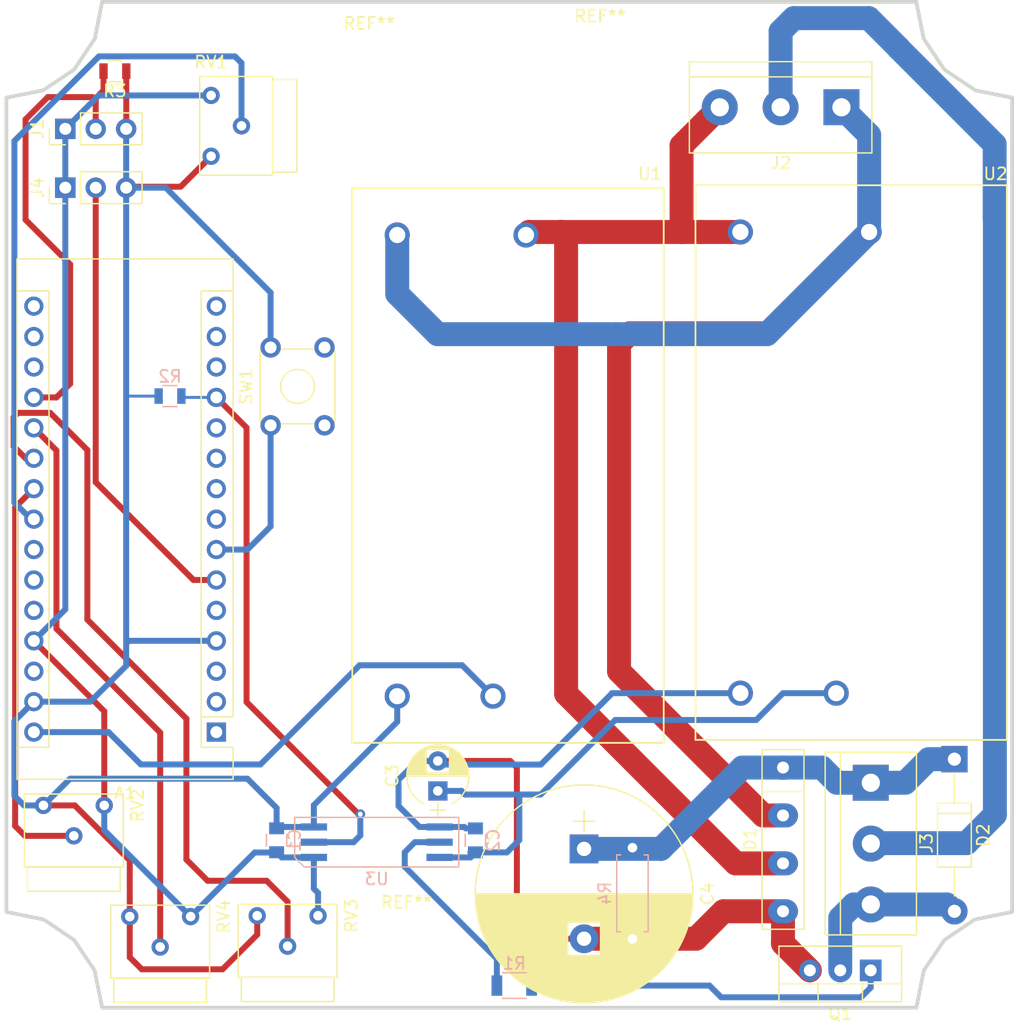
<source format=kicad_pcb>
(kicad_pcb (version 20171130) (host pcbnew 5.1.8-5.1.8)

  (general
    (thickness 1.6)
    (drawings 21)
    (tracks 224)
    (zones 0)
    (modules 27)
    (nets 39)
  )

  (page A4)
  (layers
    (0 F.Cu signal)
    (31 B.Cu signal)
    (32 B.Adhes user)
    (33 F.Adhes user)
    (34 B.Paste user)
    (35 F.Paste user)
    (36 B.SilkS user)
    (37 F.SilkS user)
    (38 B.Mask user)
    (39 F.Mask user)
    (40 Dwgs.User user)
    (41 Cmts.User user)
    (42 Eco1.User user)
    (43 Eco2.User user)
    (44 Edge.Cuts user)
    (45 Margin user)
    (46 B.CrtYd user)
    (47 F.CrtYd user)
    (48 B.Fab user)
    (49 F.Fab user)
  )

  (setup
    (last_trace_width 0.5)
    (user_trace_width 0.25)
    (user_trace_width 0.5)
    (user_trace_width 1)
    (user_trace_width 2)
    (user_trace_width 4)
    (trace_clearance 0.2)
    (zone_clearance 0.508)
    (zone_45_only no)
    (trace_min 0.2)
    (via_size 0.8)
    (via_drill 0.4)
    (via_min_size 0.4)
    (via_min_drill 0.3)
    (uvia_size 0.3)
    (uvia_drill 0.1)
    (uvias_allowed no)
    (uvia_min_size 0.2)
    (uvia_min_drill 0.1)
    (edge_width 0.3)
    (segment_width 0.2)
    (pcb_text_width 0.3)
    (pcb_text_size 1.5 1.5)
    (mod_edge_width 0.12)
    (mod_text_size 1 1)
    (mod_text_width 0.15)
    (pad_size 1.524 1.524)
    (pad_drill 0.762)
    (pad_to_mask_clearance 0)
    (aux_axis_origin 0 0)
    (visible_elements FFFDFF7F)
    (pcbplotparams
      (layerselection 0x010fc_ffffffff)
      (usegerberextensions false)
      (usegerberattributes true)
      (usegerberadvancedattributes true)
      (creategerberjobfile true)
      (excludeedgelayer true)
      (linewidth 0.150000)
      (plotframeref false)
      (viasonmask false)
      (mode 1)
      (useauxorigin false)
      (hpglpennumber 1)
      (hpglpenspeed 20)
      (hpglpendiameter 15.000000)
      (psnegative false)
      (psa4output false)
      (plotreference true)
      (plotvalue true)
      (plotinvisibletext false)
      (padsonsilk false)
      (subtractmaskfromsilk false)
      (outputformat 1)
      (mirror false)
      (drillshape 1)
      (scaleselection 1)
      (outputdirectory ""))
  )

  (net 0 "")
  (net 1 GND)
  (net 2 "Net-(A1-Pad30)")
  (net 3 "Net-(A1-Pad16)")
  (net 4 "Net-(A1-Pad15)")
  (net 5 "Net-(A1-Pad14)")
  (net 6 "Net-(A1-Pad13)")
  (net 7 "Net-(A1-Pad28)")
  (net 8 "Net-(A1-Pad12)")
  (net 9 "Net-(A1-Pad27)")
  (net 10 "Net-(A1-Pad11)")
  (net 11 "Net-(A1-Pad26)")
  (net 12 "Net-(A1-Pad10)")
  (net 13 "Net-(A1-Pad25)")
  (net 14 "Net-(A1-Pad9)")
  (net 15 "Net-(A1-Pad24)")
  (net 16 "Net-(A1-Pad8)")
  (net 17 "Net-(A1-Pad23)")
  (net 18 "Net-(A1-Pad7)")
  (net 19 "Net-(A1-Pad22)")
  (net 20 "Net-(A1-Pad6)")
  (net 21 "Net-(A1-Pad21)")
  (net 22 "Net-(A1-Pad5)")
  (net 23 "Net-(A1-Pad20)")
  (net 24 "Net-(A1-Pad19)")
  (net 25 "Net-(A1-Pad3)")
  (net 26 "Net-(A1-Pad18)")
  (net 27 "Net-(A1-Pad2)")
  (net 28 "Net-(A1-Pad17)")
  (net 29 "Net-(A1-Pad1)")
  (net 30 "Net-(Q1-Pad1)")
  (net 31 "Net-(D1-Pad2)")
  (net 32 "Net-(D1-Pad3)")
  (net 33 "Net-(D2-Pad2)")
  (net 34 "Net-(R1-Pad2)")
  (net 35 "Net-(C2-Pad1)")
  (net 36 "Net-(C2-Pad2)")
  (net 37 "Net-(C4-Pad1)")
  (net 38 Earth_Protective)

  (net_class Default "This is the default net class."
    (clearance 0.2)
    (trace_width 0.25)
    (via_dia 0.8)
    (via_drill 0.4)
    (uvia_dia 0.3)
    (uvia_drill 0.1)
    (add_net Earth_Protective)
    (add_net GND)
    (add_net "Net-(A1-Pad1)")
    (add_net "Net-(A1-Pad10)")
    (add_net "Net-(A1-Pad11)")
    (add_net "Net-(A1-Pad12)")
    (add_net "Net-(A1-Pad13)")
    (add_net "Net-(A1-Pad14)")
    (add_net "Net-(A1-Pad15)")
    (add_net "Net-(A1-Pad16)")
    (add_net "Net-(A1-Pad17)")
    (add_net "Net-(A1-Pad18)")
    (add_net "Net-(A1-Pad19)")
    (add_net "Net-(A1-Pad2)")
    (add_net "Net-(A1-Pad20)")
    (add_net "Net-(A1-Pad21)")
    (add_net "Net-(A1-Pad22)")
    (add_net "Net-(A1-Pad23)")
    (add_net "Net-(A1-Pad24)")
    (add_net "Net-(A1-Pad25)")
    (add_net "Net-(A1-Pad26)")
    (add_net "Net-(A1-Pad27)")
    (add_net "Net-(A1-Pad28)")
    (add_net "Net-(A1-Pad3)")
    (add_net "Net-(A1-Pad30)")
    (add_net "Net-(A1-Pad5)")
    (add_net "Net-(A1-Pad6)")
    (add_net "Net-(A1-Pad7)")
    (add_net "Net-(A1-Pad8)")
    (add_net "Net-(A1-Pad9)")
    (add_net "Net-(C2-Pad1)")
    (add_net "Net-(C2-Pad2)")
    (add_net "Net-(C4-Pad1)")
    (add_net "Net-(D1-Pad2)")
    (add_net "Net-(D1-Pad3)")
    (add_net "Net-(D2-Pad2)")
    (add_net "Net-(Q1-Pad1)")
    (add_net "Net-(R1-Pad2)")
  )

  (module Resistors_SMD:R_0805 (layer B.Cu) (tedit 58E0A804) (tstamp 63DED717)
    (at 110.43 85.35 180)
    (descr "Resistor SMD 0805, reflow soldering, Vishay (see dcrcw.pdf)")
    (tags "resistor 0805")
    (path /63DF18A7)
    (attr smd)
    (fp_text reference R2 (at 0 1.65 180) (layer B.SilkS)
      (effects (font (size 1 1) (thickness 0.15)) (justify mirror))
    )
    (fp_text value 10k (at 0 -1.75 180) (layer B.Fab)
      (effects (font (size 1 1) (thickness 0.15)) (justify mirror))
    )
    (fp_line (start -1 -0.62) (end -1 0.62) (layer B.Fab) (width 0.1))
    (fp_line (start 1 -0.62) (end -1 -0.62) (layer B.Fab) (width 0.1))
    (fp_line (start 1 0.62) (end 1 -0.62) (layer B.Fab) (width 0.1))
    (fp_line (start -1 0.62) (end 1 0.62) (layer B.Fab) (width 0.1))
    (fp_line (start 0.6 -0.88) (end -0.6 -0.88) (layer B.SilkS) (width 0.12))
    (fp_line (start -0.6 0.88) (end 0.6 0.88) (layer B.SilkS) (width 0.12))
    (fp_line (start -1.55 0.9) (end 1.55 0.9) (layer B.CrtYd) (width 0.05))
    (fp_line (start -1.55 0.9) (end -1.55 -0.9) (layer B.CrtYd) (width 0.05))
    (fp_line (start 1.55 -0.9) (end 1.55 0.9) (layer B.CrtYd) (width 0.05))
    (fp_line (start 1.55 -0.9) (end -1.55 -0.9) (layer B.CrtYd) (width 0.05))
    (fp_text user %R (at 0 0) (layer B.Fab)
      (effects (font (size 0.5 0.5) (thickness 0.075)) (justify mirror))
    )
    (pad 1 smd rect (at -0.95 0 180) (size 0.7 1.3) (layers B.Cu B.Paste B.Mask)
      (net 8 "Net-(A1-Pad12)"))
    (pad 2 smd rect (at 0.95 0 180) (size 0.7 1.3) (layers B.Cu B.Paste B.Mask)
      (net 1 GND))
    (model ${KISYS3DMOD}/Resistors_SMD.3dshapes/R_0805.wrl
      (at (xyz 0 0 0))
      (scale (xyz 1 1 1))
      (rotate (xyz 0 0 0))
    )
  )

  (module Mounting_Holes:MountingHole_3.2mm_M3 (layer F.Cu) (tedit 56D1B4CB) (tstamp 63CBD361)
    (at 130.17 131.81)
    (descr "Mounting Hole 3.2mm, no annular, M3")
    (tags "mounting hole 3.2mm no annular m3")
    (attr virtual)
    (fp_text reference REF** (at 0 -4.2) (layer F.SilkS)
      (effects (font (size 1 1) (thickness 0.15)))
    )
    (fp_text value MountingHole_3.2mm_M3 (at 0 4.2) (layer F.Fab)
      (effects (font (size 1 1) (thickness 0.15)))
    )
    (fp_circle (center 0 0) (end 3.2 0) (layer Cmts.User) (width 0.15))
    (fp_circle (center 0 0) (end 3.45 0) (layer F.CrtYd) (width 0.05))
    (fp_text user %R (at 0.3 0) (layer F.Fab)
      (effects (font (size 1 1) (thickness 0.15)))
    )
    (pad 1 np_thru_hole circle (at 0 0) (size 3.2 3.2) (drill 3.2) (layers *.Cu *.Mask))
  )

  (module Mounting_Holes:MountingHole_3.2mm_M3 (layer F.Cu) (tedit 56D1B4CB) (tstamp 63CBD31C)
    (at 146.34 57.83)
    (descr "Mounting Hole 3.2mm, no annular, M3")
    (tags "mounting hole 3.2mm no annular m3")
    (attr virtual)
    (fp_text reference REF** (at 0 -4.2) (layer F.SilkS)
      (effects (font (size 1 1) (thickness 0.15)))
    )
    (fp_text value MountingHole_3.2mm_M3 (at 0 4.2) (layer F.Fab)
      (effects (font (size 1 1) (thickness 0.15)))
    )
    (fp_circle (center 0 0) (end 3.2 0) (layer Cmts.User) (width 0.15))
    (fp_circle (center 0 0) (end 3.45 0) (layer F.CrtYd) (width 0.05))
    (fp_text user %R (at 0.3 0) (layer F.Fab)
      (effects (font (size 1 1) (thickness 0.15)))
    )
    (pad 1 np_thru_hole circle (at 0 0) (size 3.2 3.2) (drill 3.2) (layers *.Cu *.Mask))
  )

  (module Mounting_Holes:MountingHole_3.2mm_M3 (layer F.Cu) (tedit 56D1B4CB) (tstamp 63CBDD7A)
    (at 127.06 58.44)
    (descr "Mounting Hole 3.2mm, no annular, M3")
    (tags "mounting hole 3.2mm no annular m3")
    (attr virtual)
    (fp_text reference REF** (at 0 -4.2) (layer F.SilkS)
      (effects (font (size 1 1) (thickness 0.15)))
    )
    (fp_text value MountingHole_3.2mm_M3 (at 0 4.2) (layer F.Fab)
      (effects (font (size 1 1) (thickness 0.15)))
    )
    (fp_circle (center 0 0) (end 3.2 0) (layer Cmts.User) (width 0.15))
    (fp_circle (center 0 0) (end 3.45 0) (layer F.CrtYd) (width 0.05))
    (fp_text user %R (at 0.3 0) (layer F.Fab)
      (effects (font (size 1 1) (thickness 0.15)))
    )
    (pad 1 np_thru_hole circle (at 0 0) (size 3.2 3.2) (drill 3.2) (layers *.Cu *.Mask))
  )

  (module Capacitors_ThroughHole:CP_Radial_D18.0mm_P7.50mm (layer F.Cu) (tedit 597BC7C2) (tstamp 63C2F0A1)
    (at 145 123.15 270)
    (descr "CP, Radial series, Radial, pin pitch=7.50mm, , diameter=18mm, Electrolytic Capacitor")
    (tags "CP Radial series Radial pin pitch 7.50mm  diameter 18mm Electrolytic Capacitor")
    (path /63B3F16A)
    (fp_text reference C4 (at 3.75 -10.31 90) (layer F.SilkS)
      (effects (font (size 1 1) (thickness 0.15)))
    )
    (fp_text value "47µ, 400VDC" (at 3.75 10.31 90) (layer F.Fab)
      (effects (font (size 1 1) (thickness 0.15)))
    )
    (fp_circle (center 3.75 0) (end 12.75 0) (layer F.Fab) (width 0.1))
    (fp_circle (center 3.75 0) (end 12.84 0) (layer F.SilkS) (width 0.12))
    (fp_line (start -3.2 0) (end -1.4 0) (layer F.Fab) (width 0.1))
    (fp_line (start -2.3 -0.9) (end -2.3 0.9) (layer F.Fab) (width 0.1))
    (fp_line (start 3.75 -9.05) (end 3.75 9.05) (layer F.SilkS) (width 0.12))
    (fp_line (start 3.79 -9.05) (end 3.79 9.05) (layer F.SilkS) (width 0.12))
    (fp_line (start 3.83 -9.05) (end 3.83 9.05) (layer F.SilkS) (width 0.12))
    (fp_line (start 3.87 -9.05) (end 3.87 9.05) (layer F.SilkS) (width 0.12))
    (fp_line (start 3.91 -9.049) (end 3.91 9.049) (layer F.SilkS) (width 0.12))
    (fp_line (start 3.95 -9.048) (end 3.95 9.048) (layer F.SilkS) (width 0.12))
    (fp_line (start 3.99 -9.047) (end 3.99 9.047) (layer F.SilkS) (width 0.12))
    (fp_line (start 4.03 -9.046) (end 4.03 9.046) (layer F.SilkS) (width 0.12))
    (fp_line (start 4.07 -9.045) (end 4.07 9.045) (layer F.SilkS) (width 0.12))
    (fp_line (start 4.11 -9.043) (end 4.11 9.043) (layer F.SilkS) (width 0.12))
    (fp_line (start 4.15 -9.042) (end 4.15 9.042) (layer F.SilkS) (width 0.12))
    (fp_line (start 4.19 -9.04) (end 4.19 9.04) (layer F.SilkS) (width 0.12))
    (fp_line (start 4.23 -9.038) (end 4.23 9.038) (layer F.SilkS) (width 0.12))
    (fp_line (start 4.27 -9.036) (end 4.27 9.036) (layer F.SilkS) (width 0.12))
    (fp_line (start 4.31 -9.033) (end 4.31 9.033) (layer F.SilkS) (width 0.12))
    (fp_line (start 4.35 -9.031) (end 4.35 9.031) (layer F.SilkS) (width 0.12))
    (fp_line (start 4.39 -9.028) (end 4.39 9.028) (layer F.SilkS) (width 0.12))
    (fp_line (start 4.43 -9.025) (end 4.43 9.025) (layer F.SilkS) (width 0.12))
    (fp_line (start 4.471 -9.022) (end 4.471 9.022) (layer F.SilkS) (width 0.12))
    (fp_line (start 4.511 -9.019) (end 4.511 9.019) (layer F.SilkS) (width 0.12))
    (fp_line (start 4.551 -9.015) (end 4.551 9.015) (layer F.SilkS) (width 0.12))
    (fp_line (start 4.591 -9.012) (end 4.591 9.012) (layer F.SilkS) (width 0.12))
    (fp_line (start 4.631 -9.008) (end 4.631 9.008) (layer F.SilkS) (width 0.12))
    (fp_line (start 4.671 -9.004) (end 4.671 9.004) (layer F.SilkS) (width 0.12))
    (fp_line (start 4.711 -9) (end 4.711 9) (layer F.SilkS) (width 0.12))
    (fp_line (start 4.751 -8.995) (end 4.751 8.995) (layer F.SilkS) (width 0.12))
    (fp_line (start 4.791 -8.991) (end 4.791 8.991) (layer F.SilkS) (width 0.12))
    (fp_line (start 4.831 -8.986) (end 4.831 8.986) (layer F.SilkS) (width 0.12))
    (fp_line (start 4.871 -8.981) (end 4.871 8.981) (layer F.SilkS) (width 0.12))
    (fp_line (start 4.911 -8.976) (end 4.911 8.976) (layer F.SilkS) (width 0.12))
    (fp_line (start 4.951 -8.971) (end 4.951 8.971) (layer F.SilkS) (width 0.12))
    (fp_line (start 4.991 -8.966) (end 4.991 8.966) (layer F.SilkS) (width 0.12))
    (fp_line (start 5.031 -8.96) (end 5.031 8.96) (layer F.SilkS) (width 0.12))
    (fp_line (start 5.071 -8.954) (end 5.071 8.954) (layer F.SilkS) (width 0.12))
    (fp_line (start 5.111 -8.948) (end 5.111 8.948) (layer F.SilkS) (width 0.12))
    (fp_line (start 5.151 -8.942) (end 5.151 8.942) (layer F.SilkS) (width 0.12))
    (fp_line (start 5.191 -8.936) (end 5.191 8.936) (layer F.SilkS) (width 0.12))
    (fp_line (start 5.231 -8.929) (end 5.231 8.929) (layer F.SilkS) (width 0.12))
    (fp_line (start 5.271 -8.923) (end 5.271 8.923) (layer F.SilkS) (width 0.12))
    (fp_line (start 5.311 -8.916) (end 5.311 8.916) (layer F.SilkS) (width 0.12))
    (fp_line (start 5.351 -8.909) (end 5.351 8.909) (layer F.SilkS) (width 0.12))
    (fp_line (start 5.391 -8.901) (end 5.391 8.901) (layer F.SilkS) (width 0.12))
    (fp_line (start 5.431 -8.894) (end 5.431 8.894) (layer F.SilkS) (width 0.12))
    (fp_line (start 5.471 -8.886) (end 5.471 8.886) (layer F.SilkS) (width 0.12))
    (fp_line (start 5.511 -8.878) (end 5.511 8.878) (layer F.SilkS) (width 0.12))
    (fp_line (start 5.551 -8.87) (end 5.551 8.87) (layer F.SilkS) (width 0.12))
    (fp_line (start 5.591 -8.862) (end 5.591 8.862) (layer F.SilkS) (width 0.12))
    (fp_line (start 5.631 -8.854) (end 5.631 8.854) (layer F.SilkS) (width 0.12))
    (fp_line (start 5.671 -8.845) (end 5.671 8.845) (layer F.SilkS) (width 0.12))
    (fp_line (start 5.711 -8.837) (end 5.711 8.837) (layer F.SilkS) (width 0.12))
    (fp_line (start 5.751 -8.828) (end 5.751 8.828) (layer F.SilkS) (width 0.12))
    (fp_line (start 5.791 -8.819) (end 5.791 8.819) (layer F.SilkS) (width 0.12))
    (fp_line (start 5.831 -8.809) (end 5.831 8.809) (layer F.SilkS) (width 0.12))
    (fp_line (start 5.871 -8.8) (end 5.871 8.8) (layer F.SilkS) (width 0.12))
    (fp_line (start 5.911 -8.79) (end 5.911 8.79) (layer F.SilkS) (width 0.12))
    (fp_line (start 5.951 -8.78) (end 5.951 8.78) (layer F.SilkS) (width 0.12))
    (fp_line (start 5.991 -8.77) (end 5.991 8.77) (layer F.SilkS) (width 0.12))
    (fp_line (start 6.031 -8.76) (end 6.031 8.76) (layer F.SilkS) (width 0.12))
    (fp_line (start 6.071 -8.749) (end 6.071 8.749) (layer F.SilkS) (width 0.12))
    (fp_line (start 6.111 -8.739) (end 6.111 8.739) (layer F.SilkS) (width 0.12))
    (fp_line (start 6.151 -8.728) (end 6.151 -1.38) (layer F.SilkS) (width 0.12))
    (fp_line (start 6.151 1.38) (end 6.151 8.728) (layer F.SilkS) (width 0.12))
    (fp_line (start 6.191 -8.717) (end 6.191 -1.38) (layer F.SilkS) (width 0.12))
    (fp_line (start 6.191 1.38) (end 6.191 8.717) (layer F.SilkS) (width 0.12))
    (fp_line (start 6.231 -8.706) (end 6.231 -1.38) (layer F.SilkS) (width 0.12))
    (fp_line (start 6.231 1.38) (end 6.231 8.706) (layer F.SilkS) (width 0.12))
    (fp_line (start 6.271 -8.694) (end 6.271 -1.38) (layer F.SilkS) (width 0.12))
    (fp_line (start 6.271 1.38) (end 6.271 8.694) (layer F.SilkS) (width 0.12))
    (fp_line (start 6.311 -8.683) (end 6.311 -1.38) (layer F.SilkS) (width 0.12))
    (fp_line (start 6.311 1.38) (end 6.311 8.683) (layer F.SilkS) (width 0.12))
    (fp_line (start 6.351 -8.671) (end 6.351 -1.38) (layer F.SilkS) (width 0.12))
    (fp_line (start 6.351 1.38) (end 6.351 8.671) (layer F.SilkS) (width 0.12))
    (fp_line (start 6.391 -8.659) (end 6.391 -1.38) (layer F.SilkS) (width 0.12))
    (fp_line (start 6.391 1.38) (end 6.391 8.659) (layer F.SilkS) (width 0.12))
    (fp_line (start 6.431 -8.646) (end 6.431 -1.38) (layer F.SilkS) (width 0.12))
    (fp_line (start 6.431 1.38) (end 6.431 8.646) (layer F.SilkS) (width 0.12))
    (fp_line (start 6.471 -8.634) (end 6.471 -1.38) (layer F.SilkS) (width 0.12))
    (fp_line (start 6.471 1.38) (end 6.471 8.634) (layer F.SilkS) (width 0.12))
    (fp_line (start 6.511 -8.621) (end 6.511 -1.38) (layer F.SilkS) (width 0.12))
    (fp_line (start 6.511 1.38) (end 6.511 8.621) (layer F.SilkS) (width 0.12))
    (fp_line (start 6.551 -8.609) (end 6.551 -1.38) (layer F.SilkS) (width 0.12))
    (fp_line (start 6.551 1.38) (end 6.551 8.609) (layer F.SilkS) (width 0.12))
    (fp_line (start 6.591 -8.595) (end 6.591 -1.38) (layer F.SilkS) (width 0.12))
    (fp_line (start 6.591 1.38) (end 6.591 8.595) (layer F.SilkS) (width 0.12))
    (fp_line (start 6.631 -8.582) (end 6.631 -1.38) (layer F.SilkS) (width 0.12))
    (fp_line (start 6.631 1.38) (end 6.631 8.582) (layer F.SilkS) (width 0.12))
    (fp_line (start 6.671 -8.569) (end 6.671 -1.38) (layer F.SilkS) (width 0.12))
    (fp_line (start 6.671 1.38) (end 6.671 8.569) (layer F.SilkS) (width 0.12))
    (fp_line (start 6.711 -8.555) (end 6.711 -1.38) (layer F.SilkS) (width 0.12))
    (fp_line (start 6.711 1.38) (end 6.711 8.555) (layer F.SilkS) (width 0.12))
    (fp_line (start 6.751 -8.541) (end 6.751 -1.38) (layer F.SilkS) (width 0.12))
    (fp_line (start 6.751 1.38) (end 6.751 8.541) (layer F.SilkS) (width 0.12))
    (fp_line (start 6.791 -8.527) (end 6.791 -1.38) (layer F.SilkS) (width 0.12))
    (fp_line (start 6.791 1.38) (end 6.791 8.527) (layer F.SilkS) (width 0.12))
    (fp_line (start 6.831 -8.513) (end 6.831 -1.38) (layer F.SilkS) (width 0.12))
    (fp_line (start 6.831 1.38) (end 6.831 8.513) (layer F.SilkS) (width 0.12))
    (fp_line (start 6.871 -8.498) (end 6.871 -1.38) (layer F.SilkS) (width 0.12))
    (fp_line (start 6.871 1.38) (end 6.871 8.498) (layer F.SilkS) (width 0.12))
    (fp_line (start 6.911 -8.484) (end 6.911 -1.38) (layer F.SilkS) (width 0.12))
    (fp_line (start 6.911 1.38) (end 6.911 8.484) (layer F.SilkS) (width 0.12))
    (fp_line (start 6.951 -8.469) (end 6.951 -1.38) (layer F.SilkS) (width 0.12))
    (fp_line (start 6.951 1.38) (end 6.951 8.469) (layer F.SilkS) (width 0.12))
    (fp_line (start 6.991 -8.453) (end 6.991 -1.38) (layer F.SilkS) (width 0.12))
    (fp_line (start 6.991 1.38) (end 6.991 8.453) (layer F.SilkS) (width 0.12))
    (fp_line (start 7.031 -8.438) (end 7.031 -1.38) (layer F.SilkS) (width 0.12))
    (fp_line (start 7.031 1.38) (end 7.031 8.438) (layer F.SilkS) (width 0.12))
    (fp_line (start 7.071 -8.423) (end 7.071 -1.38) (layer F.SilkS) (width 0.12))
    (fp_line (start 7.071 1.38) (end 7.071 8.423) (layer F.SilkS) (width 0.12))
    (fp_line (start 7.111 -8.407) (end 7.111 -1.38) (layer F.SilkS) (width 0.12))
    (fp_line (start 7.111 1.38) (end 7.111 8.407) (layer F.SilkS) (width 0.12))
    (fp_line (start 7.151 -8.391) (end 7.151 -1.38) (layer F.SilkS) (width 0.12))
    (fp_line (start 7.151 1.38) (end 7.151 8.391) (layer F.SilkS) (width 0.12))
    (fp_line (start 7.191 -8.374) (end 7.191 -1.38) (layer F.SilkS) (width 0.12))
    (fp_line (start 7.191 1.38) (end 7.191 8.374) (layer F.SilkS) (width 0.12))
    (fp_line (start 7.231 -8.358) (end 7.231 -1.38) (layer F.SilkS) (width 0.12))
    (fp_line (start 7.231 1.38) (end 7.231 8.358) (layer F.SilkS) (width 0.12))
    (fp_line (start 7.271 -8.341) (end 7.271 -1.38) (layer F.SilkS) (width 0.12))
    (fp_line (start 7.271 1.38) (end 7.271 8.341) (layer F.SilkS) (width 0.12))
    (fp_line (start 7.311 -8.324) (end 7.311 -1.38) (layer F.SilkS) (width 0.12))
    (fp_line (start 7.311 1.38) (end 7.311 8.324) (layer F.SilkS) (width 0.12))
    (fp_line (start 7.351 -8.307) (end 7.351 -1.38) (layer F.SilkS) (width 0.12))
    (fp_line (start 7.351 1.38) (end 7.351 8.307) (layer F.SilkS) (width 0.12))
    (fp_line (start 7.391 -8.29) (end 7.391 -1.38) (layer F.SilkS) (width 0.12))
    (fp_line (start 7.391 1.38) (end 7.391 8.29) (layer F.SilkS) (width 0.12))
    (fp_line (start 7.431 -8.272) (end 7.431 -1.38) (layer F.SilkS) (width 0.12))
    (fp_line (start 7.431 1.38) (end 7.431 8.272) (layer F.SilkS) (width 0.12))
    (fp_line (start 7.471 -8.254) (end 7.471 -1.38) (layer F.SilkS) (width 0.12))
    (fp_line (start 7.471 1.38) (end 7.471 8.254) (layer F.SilkS) (width 0.12))
    (fp_line (start 7.511 -8.236) (end 7.511 -1.38) (layer F.SilkS) (width 0.12))
    (fp_line (start 7.511 1.38) (end 7.511 8.236) (layer F.SilkS) (width 0.12))
    (fp_line (start 7.551 -8.218) (end 7.551 -1.38) (layer F.SilkS) (width 0.12))
    (fp_line (start 7.551 1.38) (end 7.551 8.218) (layer F.SilkS) (width 0.12))
    (fp_line (start 7.591 -8.2) (end 7.591 -1.38) (layer F.SilkS) (width 0.12))
    (fp_line (start 7.591 1.38) (end 7.591 8.2) (layer F.SilkS) (width 0.12))
    (fp_line (start 7.631 -8.181) (end 7.631 -1.38) (layer F.SilkS) (width 0.12))
    (fp_line (start 7.631 1.38) (end 7.631 8.181) (layer F.SilkS) (width 0.12))
    (fp_line (start 7.671 -8.162) (end 7.671 -1.38) (layer F.SilkS) (width 0.12))
    (fp_line (start 7.671 1.38) (end 7.671 8.162) (layer F.SilkS) (width 0.12))
    (fp_line (start 7.711 -8.143) (end 7.711 -1.38) (layer F.SilkS) (width 0.12))
    (fp_line (start 7.711 1.38) (end 7.711 8.143) (layer F.SilkS) (width 0.12))
    (fp_line (start 7.751 -8.123) (end 7.751 -1.38) (layer F.SilkS) (width 0.12))
    (fp_line (start 7.751 1.38) (end 7.751 8.123) (layer F.SilkS) (width 0.12))
    (fp_line (start 7.791 -8.103) (end 7.791 -1.38) (layer F.SilkS) (width 0.12))
    (fp_line (start 7.791 1.38) (end 7.791 8.103) (layer F.SilkS) (width 0.12))
    (fp_line (start 7.831 -8.083) (end 7.831 -1.38) (layer F.SilkS) (width 0.12))
    (fp_line (start 7.831 1.38) (end 7.831 8.083) (layer F.SilkS) (width 0.12))
    (fp_line (start 7.871 -8.063) (end 7.871 -1.38) (layer F.SilkS) (width 0.12))
    (fp_line (start 7.871 1.38) (end 7.871 8.063) (layer F.SilkS) (width 0.12))
    (fp_line (start 7.911 -8.043) (end 7.911 -1.38) (layer F.SilkS) (width 0.12))
    (fp_line (start 7.911 1.38) (end 7.911 8.043) (layer F.SilkS) (width 0.12))
    (fp_line (start 7.951 -8.022) (end 7.951 -1.38) (layer F.SilkS) (width 0.12))
    (fp_line (start 7.951 1.38) (end 7.951 8.022) (layer F.SilkS) (width 0.12))
    (fp_line (start 7.991 -8.001) (end 7.991 -1.38) (layer F.SilkS) (width 0.12))
    (fp_line (start 7.991 1.38) (end 7.991 8.001) (layer F.SilkS) (width 0.12))
    (fp_line (start 8.031 -7.98) (end 8.031 -1.38) (layer F.SilkS) (width 0.12))
    (fp_line (start 8.031 1.38) (end 8.031 7.98) (layer F.SilkS) (width 0.12))
    (fp_line (start 8.071 -7.958) (end 8.071 -1.38) (layer F.SilkS) (width 0.12))
    (fp_line (start 8.071 1.38) (end 8.071 7.958) (layer F.SilkS) (width 0.12))
    (fp_line (start 8.111 -7.937) (end 8.111 -1.38) (layer F.SilkS) (width 0.12))
    (fp_line (start 8.111 1.38) (end 8.111 7.937) (layer F.SilkS) (width 0.12))
    (fp_line (start 8.151 -7.915) (end 8.151 -1.38) (layer F.SilkS) (width 0.12))
    (fp_line (start 8.151 1.38) (end 8.151 7.915) (layer F.SilkS) (width 0.12))
    (fp_line (start 8.191 -7.892) (end 8.191 -1.38) (layer F.SilkS) (width 0.12))
    (fp_line (start 8.191 1.38) (end 8.191 7.892) (layer F.SilkS) (width 0.12))
    (fp_line (start 8.231 -7.87) (end 8.231 -1.38) (layer F.SilkS) (width 0.12))
    (fp_line (start 8.231 1.38) (end 8.231 7.87) (layer F.SilkS) (width 0.12))
    (fp_line (start 8.271 -7.847) (end 8.271 -1.38) (layer F.SilkS) (width 0.12))
    (fp_line (start 8.271 1.38) (end 8.271 7.847) (layer F.SilkS) (width 0.12))
    (fp_line (start 8.311 -7.824) (end 8.311 -1.38) (layer F.SilkS) (width 0.12))
    (fp_line (start 8.311 1.38) (end 8.311 7.824) (layer F.SilkS) (width 0.12))
    (fp_line (start 8.351 -7.801) (end 8.351 -1.38) (layer F.SilkS) (width 0.12))
    (fp_line (start 8.351 1.38) (end 8.351 7.801) (layer F.SilkS) (width 0.12))
    (fp_line (start 8.391 -7.777) (end 8.391 -1.38) (layer F.SilkS) (width 0.12))
    (fp_line (start 8.391 1.38) (end 8.391 7.777) (layer F.SilkS) (width 0.12))
    (fp_line (start 8.431 -7.753) (end 8.431 -1.38) (layer F.SilkS) (width 0.12))
    (fp_line (start 8.431 1.38) (end 8.431 7.753) (layer F.SilkS) (width 0.12))
    (fp_line (start 8.471 -7.729) (end 8.471 -1.38) (layer F.SilkS) (width 0.12))
    (fp_line (start 8.471 1.38) (end 8.471 7.729) (layer F.SilkS) (width 0.12))
    (fp_line (start 8.511 -7.705) (end 8.511 -1.38) (layer F.SilkS) (width 0.12))
    (fp_line (start 8.511 1.38) (end 8.511 7.705) (layer F.SilkS) (width 0.12))
    (fp_line (start 8.551 -7.68) (end 8.551 -1.38) (layer F.SilkS) (width 0.12))
    (fp_line (start 8.551 1.38) (end 8.551 7.68) (layer F.SilkS) (width 0.12))
    (fp_line (start 8.591 -7.655) (end 8.591 -1.38) (layer F.SilkS) (width 0.12))
    (fp_line (start 8.591 1.38) (end 8.591 7.655) (layer F.SilkS) (width 0.12))
    (fp_line (start 8.631 -7.63) (end 8.631 -1.38) (layer F.SilkS) (width 0.12))
    (fp_line (start 8.631 1.38) (end 8.631 7.63) (layer F.SilkS) (width 0.12))
    (fp_line (start 8.671 -7.604) (end 8.671 -1.38) (layer F.SilkS) (width 0.12))
    (fp_line (start 8.671 1.38) (end 8.671 7.604) (layer F.SilkS) (width 0.12))
    (fp_line (start 8.711 -7.578) (end 8.711 -1.38) (layer F.SilkS) (width 0.12))
    (fp_line (start 8.711 1.38) (end 8.711 7.578) (layer F.SilkS) (width 0.12))
    (fp_line (start 8.751 -7.552) (end 8.751 -1.38) (layer F.SilkS) (width 0.12))
    (fp_line (start 8.751 1.38) (end 8.751 7.552) (layer F.SilkS) (width 0.12))
    (fp_line (start 8.791 -7.525) (end 8.791 -1.38) (layer F.SilkS) (width 0.12))
    (fp_line (start 8.791 1.38) (end 8.791 7.525) (layer F.SilkS) (width 0.12))
    (fp_line (start 8.831 -7.499) (end 8.831 -1.38) (layer F.SilkS) (width 0.12))
    (fp_line (start 8.831 1.38) (end 8.831 7.499) (layer F.SilkS) (width 0.12))
    (fp_line (start 8.871 -7.471) (end 8.871 -1.38) (layer F.SilkS) (width 0.12))
    (fp_line (start 8.871 1.38) (end 8.871 7.471) (layer F.SilkS) (width 0.12))
    (fp_line (start 8.911 -7.444) (end 8.911 7.444) (layer F.SilkS) (width 0.12))
    (fp_line (start 8.951 -7.416) (end 8.951 7.416) (layer F.SilkS) (width 0.12))
    (fp_line (start 8.991 -7.388) (end 8.991 7.388) (layer F.SilkS) (width 0.12))
    (fp_line (start 9.031 -7.36) (end 9.031 7.36) (layer F.SilkS) (width 0.12))
    (fp_line (start 9.071 -7.331) (end 9.071 7.331) (layer F.SilkS) (width 0.12))
    (fp_line (start 9.111 -7.302) (end 9.111 7.302) (layer F.SilkS) (width 0.12))
    (fp_line (start 9.151 -7.273) (end 9.151 7.273) (layer F.SilkS) (width 0.12))
    (fp_line (start 9.191 -7.243) (end 9.191 7.243) (layer F.SilkS) (width 0.12))
    (fp_line (start 9.231 -7.213) (end 9.231 7.213) (layer F.SilkS) (width 0.12))
    (fp_line (start 9.271 -7.183) (end 9.271 7.183) (layer F.SilkS) (width 0.12))
    (fp_line (start 9.311 -7.152) (end 9.311 7.152) (layer F.SilkS) (width 0.12))
    (fp_line (start 9.351 -7.121) (end 9.351 7.121) (layer F.SilkS) (width 0.12))
    (fp_line (start 9.391 -7.089) (end 9.391 7.089) (layer F.SilkS) (width 0.12))
    (fp_line (start 9.431 -7.057) (end 9.431 7.057) (layer F.SilkS) (width 0.12))
    (fp_line (start 9.471 -7.025) (end 9.471 7.025) (layer F.SilkS) (width 0.12))
    (fp_line (start 9.511 -6.993) (end 9.511 6.993) (layer F.SilkS) (width 0.12))
    (fp_line (start 9.551 -6.96) (end 9.551 6.96) (layer F.SilkS) (width 0.12))
    (fp_line (start 9.591 -6.926) (end 9.591 6.926) (layer F.SilkS) (width 0.12))
    (fp_line (start 9.631 -6.893) (end 9.631 6.893) (layer F.SilkS) (width 0.12))
    (fp_line (start 9.671 -6.858) (end 9.671 6.858) (layer F.SilkS) (width 0.12))
    (fp_line (start 9.711 -6.824) (end 9.711 6.824) (layer F.SilkS) (width 0.12))
    (fp_line (start 9.751 -6.789) (end 9.751 6.789) (layer F.SilkS) (width 0.12))
    (fp_line (start 9.791 -6.754) (end 9.791 6.754) (layer F.SilkS) (width 0.12))
    (fp_line (start 9.831 -6.718) (end 9.831 6.718) (layer F.SilkS) (width 0.12))
    (fp_line (start 9.871 -6.682) (end 9.871 6.682) (layer F.SilkS) (width 0.12))
    (fp_line (start 9.911 -6.645) (end 9.911 6.645) (layer F.SilkS) (width 0.12))
    (fp_line (start 9.951 -6.608) (end 9.951 6.608) (layer F.SilkS) (width 0.12))
    (fp_line (start 9.991 -6.57) (end 9.991 6.57) (layer F.SilkS) (width 0.12))
    (fp_line (start 10.031 -6.532) (end 10.031 6.532) (layer F.SilkS) (width 0.12))
    (fp_line (start 10.071 -6.494) (end 10.071 6.494) (layer F.SilkS) (width 0.12))
    (fp_line (start 10.111 -6.455) (end 10.111 6.455) (layer F.SilkS) (width 0.12))
    (fp_line (start 10.151 -6.416) (end 10.151 6.416) (layer F.SilkS) (width 0.12))
    (fp_line (start 10.191 -6.376) (end 10.191 6.376) (layer F.SilkS) (width 0.12))
    (fp_line (start 10.231 -6.335) (end 10.231 6.335) (layer F.SilkS) (width 0.12))
    (fp_line (start 10.271 -6.294) (end 10.271 6.294) (layer F.SilkS) (width 0.12))
    (fp_line (start 10.311 -6.253) (end 10.311 6.253) (layer F.SilkS) (width 0.12))
    (fp_line (start 10.351 -6.211) (end 10.351 6.211) (layer F.SilkS) (width 0.12))
    (fp_line (start 10.391 -6.168) (end 10.391 6.168) (layer F.SilkS) (width 0.12))
    (fp_line (start 10.431 -6.125) (end 10.431 6.125) (layer F.SilkS) (width 0.12))
    (fp_line (start 10.471 -6.082) (end 10.471 6.082) (layer F.SilkS) (width 0.12))
    (fp_line (start 10.511 -6.038) (end 10.511 6.038) (layer F.SilkS) (width 0.12))
    (fp_line (start 10.551 -5.993) (end 10.551 5.993) (layer F.SilkS) (width 0.12))
    (fp_line (start 10.591 -5.947) (end 10.591 5.947) (layer F.SilkS) (width 0.12))
    (fp_line (start 10.631 -5.901) (end 10.631 5.901) (layer F.SilkS) (width 0.12))
    (fp_line (start 10.671 -5.855) (end 10.671 5.855) (layer F.SilkS) (width 0.12))
    (fp_line (start 10.711 -5.807) (end 10.711 5.807) (layer F.SilkS) (width 0.12))
    (fp_line (start 10.751 -5.759) (end 10.751 5.759) (layer F.SilkS) (width 0.12))
    (fp_line (start 10.791 -5.711) (end 10.791 5.711) (layer F.SilkS) (width 0.12))
    (fp_line (start 10.831 -5.662) (end 10.831 5.662) (layer F.SilkS) (width 0.12))
    (fp_line (start 10.871 -5.611) (end 10.871 5.611) (layer F.SilkS) (width 0.12))
    (fp_line (start 10.911 -5.561) (end 10.911 5.561) (layer F.SilkS) (width 0.12))
    (fp_line (start 10.951 -5.509) (end 10.951 5.509) (layer F.SilkS) (width 0.12))
    (fp_line (start 10.991 -5.457) (end 10.991 5.457) (layer F.SilkS) (width 0.12))
    (fp_line (start 11.031 -5.404) (end 11.031 5.404) (layer F.SilkS) (width 0.12))
    (fp_line (start 11.071 -5.35) (end 11.071 5.35) (layer F.SilkS) (width 0.12))
    (fp_line (start 11.111 -5.295) (end 11.111 5.295) (layer F.SilkS) (width 0.12))
    (fp_line (start 11.151 -5.24) (end 11.151 5.24) (layer F.SilkS) (width 0.12))
    (fp_line (start 11.191 -5.183) (end 11.191 5.183) (layer F.SilkS) (width 0.12))
    (fp_line (start 11.231 -5.126) (end 11.231 5.126) (layer F.SilkS) (width 0.12))
    (fp_line (start 11.271 -5.067) (end 11.271 5.067) (layer F.SilkS) (width 0.12))
    (fp_line (start 11.311 -5.008) (end 11.311 5.008) (layer F.SilkS) (width 0.12))
    (fp_line (start 11.351 -4.947) (end 11.351 4.947) (layer F.SilkS) (width 0.12))
    (fp_line (start 11.391 -4.886) (end 11.391 4.886) (layer F.SilkS) (width 0.12))
    (fp_line (start 11.431 -4.823) (end 11.431 4.823) (layer F.SilkS) (width 0.12))
    (fp_line (start 11.471 -4.759) (end 11.471 4.759) (layer F.SilkS) (width 0.12))
    (fp_line (start 11.511 -4.694) (end 11.511 4.694) (layer F.SilkS) (width 0.12))
    (fp_line (start 11.551 -4.628) (end 11.551 4.628) (layer F.SilkS) (width 0.12))
    (fp_line (start 11.591 -4.561) (end 11.591 4.561) (layer F.SilkS) (width 0.12))
    (fp_line (start 11.631 -4.492) (end 11.631 4.492) (layer F.SilkS) (width 0.12))
    (fp_line (start 11.671 -4.422) (end 11.671 4.422) (layer F.SilkS) (width 0.12))
    (fp_line (start 11.711 -4.35) (end 11.711 4.35) (layer F.SilkS) (width 0.12))
    (fp_line (start 11.751 -4.277) (end 11.751 4.277) (layer F.SilkS) (width 0.12))
    (fp_line (start 11.791 -4.202) (end 11.791 4.202) (layer F.SilkS) (width 0.12))
    (fp_line (start 11.831 -4.125) (end 11.831 4.125) (layer F.SilkS) (width 0.12))
    (fp_line (start 11.871 -4.046) (end 11.871 4.046) (layer F.SilkS) (width 0.12))
    (fp_line (start 11.911 -3.966) (end 11.911 3.966) (layer F.SilkS) (width 0.12))
    (fp_line (start 11.95 -3.883) (end 11.95 3.883) (layer F.SilkS) (width 0.12))
    (fp_line (start 11.99 -3.799) (end 11.99 3.799) (layer F.SilkS) (width 0.12))
    (fp_line (start 12.03 -3.711) (end 12.03 3.711) (layer F.SilkS) (width 0.12))
    (fp_line (start 12.07 -3.622) (end 12.07 3.622) (layer F.SilkS) (width 0.12))
    (fp_line (start 12.11 -3.53) (end 12.11 3.53) (layer F.SilkS) (width 0.12))
    (fp_line (start 12.15 -3.434) (end 12.15 3.434) (layer F.SilkS) (width 0.12))
    (fp_line (start 12.19 -3.336) (end 12.19 3.336) (layer F.SilkS) (width 0.12))
    (fp_line (start 12.23 -3.234) (end 12.23 3.234) (layer F.SilkS) (width 0.12))
    (fp_line (start 12.27 -3.129) (end 12.27 3.129) (layer F.SilkS) (width 0.12))
    (fp_line (start 12.31 -3.019) (end 12.31 3.019) (layer F.SilkS) (width 0.12))
    (fp_line (start 12.35 -2.905) (end 12.35 2.905) (layer F.SilkS) (width 0.12))
    (fp_line (start 12.39 -2.785) (end 12.39 2.785) (layer F.SilkS) (width 0.12))
    (fp_line (start 12.43 -2.66) (end 12.43 2.66) (layer F.SilkS) (width 0.12))
    (fp_line (start 12.47 -2.528) (end 12.47 2.528) (layer F.SilkS) (width 0.12))
    (fp_line (start 12.51 -2.388) (end 12.51 2.388) (layer F.SilkS) (width 0.12))
    (fp_line (start 12.55 -2.238) (end 12.55 2.238) (layer F.SilkS) (width 0.12))
    (fp_line (start 12.59 -2.078) (end 12.59 2.078) (layer F.SilkS) (width 0.12))
    (fp_line (start 12.63 -1.903) (end 12.63 1.903) (layer F.SilkS) (width 0.12))
    (fp_line (start 12.67 -1.71) (end 12.67 1.71) (layer F.SilkS) (width 0.12))
    (fp_line (start 12.71 -1.492) (end 12.71 1.492) (layer F.SilkS) (width 0.12))
    (fp_line (start 12.75 -1.236) (end 12.75 1.236) (layer F.SilkS) (width 0.12))
    (fp_line (start 12.79 -0.913) (end 12.79 0.913) (layer F.SilkS) (width 0.12))
    (fp_line (start 12.83 -0.387) (end 12.83 0.387) (layer F.SilkS) (width 0.12))
    (fp_line (start -3.2 0) (end -1.4 0) (layer F.SilkS) (width 0.12))
    (fp_line (start -2.3 -0.9) (end -2.3 0.9) (layer F.SilkS) (width 0.12))
    (fp_line (start -5.6 -9.35) (end -5.6 9.35) (layer F.CrtYd) (width 0.05))
    (fp_line (start -5.6 9.35) (end 13.1 9.35) (layer F.CrtYd) (width 0.05))
    (fp_line (start 13.1 9.35) (end 13.1 -9.35) (layer F.CrtYd) (width 0.05))
    (fp_line (start 13.1 -9.35) (end -5.6 -9.35) (layer F.CrtYd) (width 0.05))
    (fp_text user %R (at 3.75 0 90) (layer F.Fab)
      (effects (font (size 1 1) (thickness 0.15)))
    )
    (pad 2 thru_hole circle (at 7.5 0 270) (size 2.4 2.4) (drill 1.2) (layers *.Cu *.Mask)
      (net 36 "Net-(C2-Pad2)"))
    (pad 1 thru_hole rect (at 0 0 270) (size 2.4 2.4) (drill 1.2) (layers *.Cu *.Mask)
      (net 37 "Net-(C4-Pad1)"))
    (model ${KISYS3DMOD}/Capacitors_THT.3dshapes/CP_Radial_D18.0mm_P7.50mm.wrl
      (at (xyz 0 0 0))
      (scale (xyz 1 1 1))
      (rotate (xyz 0 0 0))
    )
  )

  (module Potentiometers:Potentiometer_Trimmer_Bourns_3339W_Vertical (layer F.Cu) (tedit 588270C0) (tstamp 63A9FDE2)
    (at 122.79 128.73 270)
    (descr "Potentiometer, vertically mounted, Omeg PC16PU, Omeg PC16PU, Omeg PC16PU, Vishay/Spectrol 248GJ/249GJ Single, Vishay/Spectrol 248GJ/249GJ Single, Vishay/Spectrol 248GJ/249GJ Single, Vishay/Spectrol 248GH/249GH Single, Vishay/Spectrol 148/149 Single, Vishay/Spectrol 148/149 Single, Vishay/Spectrol 148/149 Single, Vishay/Spectrol 148A/149A Single with mounting plates, Vishay/Spectrol 148/149 Double, Vishay/Spectrol 148A/149A Double with mounting plates, Piher PC-16 Single, Piher PC-16 Single, Piher PC-16 Single, Piher PC-16SV Single, Piher PC-16 Double, Piher PC-16 Triple, Piher T16H Single, Piher T16L Single, Piher T16H Double, Alps RK163 Single, Alps RK163 Double, Alps RK097 Single, Alps RK097 Double, Bourns PTV09A-2 Single with mounting sleve Single, Bourns PTV09A-1 with mounting sleve Single, Bourns PRS11S Single, Alps RK09K Single with mounting sleve Single, Alps RK09K with mounting sleve Single, Alps RK09L Single, Alps RK09L Single, Alps RK09L Double, Alps RK09L Double, Alps RK09Y Single, Bourns 3339S Single, Bourns 3339S Single, http://www.alps.com/prod/info/E/HTML/Potentiometer/RotaryPotentiometers/RK09Y11/RK09Y11L0001.html")
    (tags "Potentiometer vertical  Omeg PC16PU  Omeg PC16PU  Omeg PC16PU  Vishay/Spectrol 248GJ/249GJ Single  Vishay/Spectrol 248GJ/249GJ Single  Vishay/Spectrol 248GJ/249GJ Single  Vishay/Spectrol 248GH/249GH Single  Vishay/Spectrol 148/149 Single  Vishay/Spectrol 148/149 Single  Vishay/Spectrol 148/149 Single  Vishay/Spectrol 148A/149A Single with mounting plates  Vishay/Spectrol 148/149 Double  Vishay/Spectrol 148A/149A Double with mounting plates  Piher PC-16 Single  Piher PC-16 Single  Piher PC-16 Single  Piher PC-16SV Single  Piher PC-16 Double  Piher PC-16 Triple  Piher T16H Single  Piher T16L Single  Piher T16H Double  Alps RK163 Single  Alps RK163 Double  Alps RK097 Single  Alps RK097 Double  Bourns PTV09A-2 Single with mounting sleve Single  Bourns PTV09A-1 with mounting sleve Single  Bourns PRS11S Single  Alps RK09K Single with mounting sleve Single  Alps RK09K with mounting sleve Single  Alps RK09L Single  Alps RK09L Single  Alps RK09L Double  Alps RK09L Double  Alps RK09Y Single  Bourns 3339S Single  Bourns 3339S Single")
    (path /62C626F2)
    (fp_text reference RV3 (at 0 -2.775 90) (layer F.SilkS)
      (effects (font (size 1 1) (thickness 0.15)))
    )
    (fp_text value 10k (at 0 7.855 90) (layer F.Fab)
      (effects (font (size 1 1) (thickness 0.15)))
    )
    (fp_line (start -0.89 -1.525) (end -0.89 6.605) (layer F.Fab) (width 0.1))
    (fp_line (start -0.89 6.605) (end 5.08 6.605) (layer F.Fab) (width 0.1))
    (fp_line (start 5.08 6.605) (end 5.08 -1.525) (layer F.Fab) (width 0.1))
    (fp_line (start 5.08 -1.525) (end -0.89 -1.525) (layer F.Fab) (width 0.1))
    (fp_line (start 5.08 -1.27) (end 5.08 6.35) (layer F.Fab) (width 0.1))
    (fp_line (start 5.08 6.35) (end 7.11 6.35) (layer F.Fab) (width 0.1))
    (fp_line (start 7.11 6.35) (end 7.11 -1.27) (layer F.Fab) (width 0.1))
    (fp_line (start 7.11 -1.27) (end 5.08 -1.27) (layer F.Fab) (width 0.1))
    (fp_line (start -0.95 -1.586) (end 5.141 -1.586) (layer F.SilkS) (width 0.12))
    (fp_line (start -0.95 6.665) (end 5.141 6.665) (layer F.SilkS) (width 0.12))
    (fp_line (start -0.95 -1.586) (end -0.95 6.665) (layer F.SilkS) (width 0.12))
    (fp_line (start 5.141 -1.586) (end 5.141 6.665) (layer F.SilkS) (width 0.12))
    (fp_line (start 5.141 -1.33) (end 7.171 -1.33) (layer F.SilkS) (width 0.12))
    (fp_line (start 5.141 6.41) (end 7.171 6.41) (layer F.SilkS) (width 0.12))
    (fp_line (start 5.141 -1.33) (end 5.141 6.41) (layer F.SilkS) (width 0.12))
    (fp_line (start 7.171 -1.33) (end 7.171 6.41) (layer F.SilkS) (width 0.12))
    (fp_line (start -1.15 -1.8) (end -1.15 6.9) (layer F.CrtYd) (width 0.05))
    (fp_line (start -1.15 6.9) (end 7.4 6.9) (layer F.CrtYd) (width 0.05))
    (fp_line (start 7.4 6.9) (end 7.4 -1.8) (layer F.CrtYd) (width 0.05))
    (fp_line (start 7.4 -1.8) (end -1.15 -1.8) (layer F.CrtYd) (width 0.05))
    (pad 3 thru_hole circle (at 0 5.08 270) (size 1.44 1.44) (drill 0.8) (layers *.Cu *.Mask)
      (net 1 GND))
    (pad 2 thru_hole circle (at 2.54 2.54 270) (size 1.44 1.44) (drill 0.8) (layers *.Cu *.Mask)
      (net 21 "Net-(A1-Pad21)"))
    (pad 1 thru_hole circle (at 0 0 270) (size 1.44 1.44) (drill 0.8) (layers *.Cu *.Mask)
      (net 9 "Net-(A1-Pad27)"))
    (model Potentiometers.3dshapes/Potentiometer_Trimmer_Bourns_3339W_Vertical.wrl
      (offset (xyz 0 -5.079999923706055 0))
      (scale (xyz 1 1 1))
      (rotate (xyz 0 0 90))
    )
  )

  (module Capacitors_SMD:C_0805 (layer B.Cu) (tedit 58AA8463) (tstamp 63ADF7DB)
    (at 135.93 122.44 90)
    (descr "Capacitor SMD 0805, reflow soldering, AVX (see smccp.pdf)")
    (tags "capacitor 0805")
    (path /63ADE23A)
    (attr smd)
    (fp_text reference C2 (at 0 1.5 90) (layer B.SilkS)
      (effects (font (size 1 1) (thickness 0.15)) (justify mirror))
    )
    (fp_text value 100nF (at 0 -1.75 90) (layer B.Fab)
      (effects (font (size 1 1) (thickness 0.15)) (justify mirror))
    )
    (fp_line (start 1.75 -0.87) (end -1.75 -0.87) (layer B.CrtYd) (width 0.05))
    (fp_line (start 1.75 -0.87) (end 1.75 0.88) (layer B.CrtYd) (width 0.05))
    (fp_line (start -1.75 0.88) (end -1.75 -0.87) (layer B.CrtYd) (width 0.05))
    (fp_line (start -1.75 0.88) (end 1.75 0.88) (layer B.CrtYd) (width 0.05))
    (fp_line (start -0.5 -0.85) (end 0.5 -0.85) (layer B.SilkS) (width 0.12))
    (fp_line (start 0.5 0.85) (end -0.5 0.85) (layer B.SilkS) (width 0.12))
    (fp_line (start -1 0.62) (end 1 0.62) (layer B.Fab) (width 0.1))
    (fp_line (start 1 0.62) (end 1 -0.62) (layer B.Fab) (width 0.1))
    (fp_line (start 1 -0.62) (end -1 -0.62) (layer B.Fab) (width 0.1))
    (fp_line (start -1 -0.62) (end -1 0.62) (layer B.Fab) (width 0.1))
    (fp_text user %R (at 0 1.5 90) (layer B.Fab)
      (effects (font (size 1 1) (thickness 0.15)) (justify mirror))
    )
    (pad 2 smd rect (at 1 0 90) (size 1 1.25) (layers B.Cu B.Paste B.Mask)
      (net 36 "Net-(C2-Pad2)"))
    (pad 1 smd rect (at -1 0 90) (size 1 1.25) (layers B.Cu B.Paste B.Mask)
      (net 35 "Net-(C2-Pad1)"))
    (model Capacitors_SMD.3dshapes/C_0805.wrl
      (at (xyz 0 0 0))
      (scale (xyz 1 1 1))
      (rotate (xyz 0 0 0))
    )
  )

  (module Analog_Devices_GateDriver:SOIC-IC6 (layer B.Cu) (tedit 63A9A275) (tstamp 63ADF83D)
    (at 127.69 122.59 90)
    (path /63AE4291)
    (attr smd)
    (fp_text reference U3 (at -3.07 0 180) (layer B.SilkS)
      (effects (font (size 1 1) (thickness 0.15)) (justify mirror))
    )
    (fp_text value ADuM4120 (at 4 -0.1 180) (layer B.Fab)
      (effects (font (size 1 1) (thickness 0.15)) (justify mirror))
    )
    (fp_line (start -1.82 -6.6) (end -1.82 6.6) (layer B.CrtYd) (width 0.05))
    (fp_line (start 1.82 -6.6) (end -1.82 -6.6) (layer B.CrtYd) (width 0.05))
    (fp_line (start 1.82 6.6) (end 1.82 -6.6) (layer B.CrtYd) (width 0.05))
    (fp_line (start -1.82 6.6) (end 1.82 6.6) (layer B.CrtYd) (width 0.05))
    (fp_line (start 2.07 -6.85) (end -1.27 -6.85) (layer B.SilkS) (width 0.12))
    (fp_line (start 2.07 6.85) (end 2.07 -6.85) (layer B.SilkS) (width 0.12))
    (fp_line (start -2.07 6.85) (end 2.07 6.85) (layer B.SilkS) (width 0.12))
    (fp_line (start -2.07 -6.05) (end -2.07 6.85) (layer B.SilkS) (width 0.12))
    (fp_line (start -1.27 -6.85) (end -2.07 -6.05) (layer B.SilkS) (width 0.12))
    (pad 6 smd rect (at -1.27 5.25 90) (size 0.6 2.2) (layers B.Cu B.Paste B.Mask)
      (net 35 "Net-(C2-Pad1)"))
    (pad 1 smd rect (at -1.27 -5.25 90) (size 0.6 2.2) (layers B.Cu B.Paste B.Mask)
      (net 9 "Net-(A1-Pad27)"))
    (pad 5 smd rect (at 0 5.25 90) (size 0.6 2.2) (layers B.Cu B.Paste B.Mask)
      (net 34 "Net-(R1-Pad2)"))
    (pad 2 smd rect (at 0 -5.25 90) (size 0.6 2.2) (layers B.Cu B.Paste B.Mask)
      (net 8 "Net-(A1-Pad12)"))
    (pad 4 smd rect (at 1.27 5.25 90) (size 0.6 2.2) (layers B.Cu B.Paste B.Mask)
      (net 36 "Net-(C2-Pad2)"))
    (pad 3 smd rect (at 1.27 -5.25 90) (size 0.6 2.2) (layers B.Cu B.Paste B.Mask)
      (net 1 GND))
  )

  (module Potentiometers:Potentiometer_Trimmer_Bourns_3339W_Vertical (layer F.Cu) (tedit 588270C0) (tstamp 63A9F34B)
    (at 112.15 128.8 270)
    (descr "Potentiometer, vertically mounted, Omeg PC16PU, Omeg PC16PU, Omeg PC16PU, Vishay/Spectrol 248GJ/249GJ Single, Vishay/Spectrol 248GJ/249GJ Single, Vishay/Spectrol 248GJ/249GJ Single, Vishay/Spectrol 248GH/249GH Single, Vishay/Spectrol 148/149 Single, Vishay/Spectrol 148/149 Single, Vishay/Spectrol 148/149 Single, Vishay/Spectrol 148A/149A Single with mounting plates, Vishay/Spectrol 148/149 Double, Vishay/Spectrol 148A/149A Double with mounting plates, Piher PC-16 Single, Piher PC-16 Single, Piher PC-16 Single, Piher PC-16SV Single, Piher PC-16 Double, Piher PC-16 Triple, Piher T16H Single, Piher T16L Single, Piher T16H Double, Alps RK163 Single, Alps RK163 Double, Alps RK097 Single, Alps RK097 Double, Bourns PTV09A-2 Single with mounting sleve Single, Bourns PTV09A-1 with mounting sleve Single, Bourns PRS11S Single, Alps RK09K Single with mounting sleve Single, Alps RK09K with mounting sleve Single, Alps RK09L Single, Alps RK09L Single, Alps RK09L Double, Alps RK09L Double, Alps RK09Y Single, Bourns 3339S Single, Bourns 3339S Single, http://www.alps.com/prod/info/E/HTML/Potentiometer/RotaryPotentiometers/RK09Y11/RK09Y11L0001.html")
    (tags "Potentiometer vertical  Omeg PC16PU  Omeg PC16PU  Omeg PC16PU  Vishay/Spectrol 248GJ/249GJ Single  Vishay/Spectrol 248GJ/249GJ Single  Vishay/Spectrol 248GJ/249GJ Single  Vishay/Spectrol 248GH/249GH Single  Vishay/Spectrol 148/149 Single  Vishay/Spectrol 148/149 Single  Vishay/Spectrol 148/149 Single  Vishay/Spectrol 148A/149A Single with mounting plates  Vishay/Spectrol 148/149 Double  Vishay/Spectrol 148A/149A Double with mounting plates  Piher PC-16 Single  Piher PC-16 Single  Piher PC-16 Single  Piher PC-16SV Single  Piher PC-16 Double  Piher PC-16 Triple  Piher T16H Single  Piher T16L Single  Piher T16H Double  Alps RK163 Single  Alps RK163 Double  Alps RK097 Single  Alps RK097 Double  Bourns PTV09A-2 Single with mounting sleve Single  Bourns PTV09A-1 with mounting sleve Single  Bourns PRS11S Single  Alps RK09K Single with mounting sleve Single  Alps RK09K with mounting sleve Single  Alps RK09L Single  Alps RK09L Single  Alps RK09L Double  Alps RK09L Double  Alps RK09Y Single  Bourns 3339S Single  Bourns 3339S Single")
    (path /62C5F08C)
    (fp_text reference RV4 (at 0 -2.775 90) (layer F.SilkS)
      (effects (font (size 1 1) (thickness 0.15)))
    )
    (fp_text value 10k (at 0 7.855 90) (layer F.Fab)
      (effects (font (size 1 1) (thickness 0.15)))
    )
    (fp_line (start 7.4 -1.8) (end -1.15 -1.8) (layer F.CrtYd) (width 0.05))
    (fp_line (start 7.4 6.9) (end 7.4 -1.8) (layer F.CrtYd) (width 0.05))
    (fp_line (start -1.15 6.9) (end 7.4 6.9) (layer F.CrtYd) (width 0.05))
    (fp_line (start -1.15 -1.8) (end -1.15 6.9) (layer F.CrtYd) (width 0.05))
    (fp_line (start 7.171 -1.33) (end 7.171 6.41) (layer F.SilkS) (width 0.12))
    (fp_line (start 5.141 -1.33) (end 5.141 6.41) (layer F.SilkS) (width 0.12))
    (fp_line (start 5.141 6.41) (end 7.171 6.41) (layer F.SilkS) (width 0.12))
    (fp_line (start 5.141 -1.33) (end 7.171 -1.33) (layer F.SilkS) (width 0.12))
    (fp_line (start 5.141 -1.586) (end 5.141 6.665) (layer F.SilkS) (width 0.12))
    (fp_line (start -0.95 -1.586) (end -0.95 6.665) (layer F.SilkS) (width 0.12))
    (fp_line (start -0.95 6.665) (end 5.141 6.665) (layer F.SilkS) (width 0.12))
    (fp_line (start -0.95 -1.586) (end 5.141 -1.586) (layer F.SilkS) (width 0.12))
    (fp_line (start 7.11 -1.27) (end 5.08 -1.27) (layer F.Fab) (width 0.1))
    (fp_line (start 7.11 6.35) (end 7.11 -1.27) (layer F.Fab) (width 0.1))
    (fp_line (start 5.08 6.35) (end 7.11 6.35) (layer F.Fab) (width 0.1))
    (fp_line (start 5.08 -1.27) (end 5.08 6.35) (layer F.Fab) (width 0.1))
    (fp_line (start 5.08 -1.525) (end -0.89 -1.525) (layer F.Fab) (width 0.1))
    (fp_line (start 5.08 6.605) (end 5.08 -1.525) (layer F.Fab) (width 0.1))
    (fp_line (start -0.89 6.605) (end 5.08 6.605) (layer F.Fab) (width 0.1))
    (fp_line (start -0.89 -1.525) (end -0.89 6.605) (layer F.Fab) (width 0.1))
    (pad 1 thru_hole circle (at 0 0 270) (size 1.44 1.44) (drill 0.8) (layers *.Cu *.Mask)
      (net 9 "Net-(A1-Pad27)"))
    (pad 2 thru_hole circle (at 2.54 2.54 270) (size 1.44 1.44) (drill 0.8) (layers *.Cu *.Mask)
      (net 23 "Net-(A1-Pad20)"))
    (pad 3 thru_hole circle (at 0 5.08 270) (size 1.44 1.44) (drill 0.8) (layers *.Cu *.Mask)
      (net 1 GND))
    (model Potentiometers.3dshapes/Potentiometer_Trimmer_Bourns_3339W_Vertical.wrl
      (offset (xyz 0 -5.079999923706055 0))
      (scale (xyz 1 1 1))
      (rotate (xyz 0 0 90))
    )
  )

  (module Pin_Headers:Pin_Header_Straight_1x03_Pitch2.54mm (layer F.Cu) (tedit 59650532) (tstamp 63AF3017)
    (at 101.69 67.95 90)
    (descr "Through hole straight pin header, 1x03, 2.54mm pitch, single row")
    (tags "Through hole pin header THT 1x03 2.54mm single row")
    (path /63AF559F)
    (fp_text reference J4 (at 0 -2.33 90) (layer F.SilkS)
      (effects (font (size 1 1) (thickness 0.15)))
    )
    (fp_text value Tachometer (at -1.95 -3.7 90) (layer F.Fab)
      (effects (font (size 1 1) (thickness 0.15)))
    )
    (fp_line (start 1.8 -1.8) (end -1.8 -1.8) (layer F.CrtYd) (width 0.05))
    (fp_line (start 1.8 6.85) (end 1.8 -1.8) (layer F.CrtYd) (width 0.05))
    (fp_line (start -1.8 6.85) (end 1.8 6.85) (layer F.CrtYd) (width 0.05))
    (fp_line (start -1.8 -1.8) (end -1.8 6.85) (layer F.CrtYd) (width 0.05))
    (fp_line (start -1.33 -1.33) (end 0 -1.33) (layer F.SilkS) (width 0.12))
    (fp_line (start -1.33 0) (end -1.33 -1.33) (layer F.SilkS) (width 0.12))
    (fp_line (start -1.33 1.27) (end 1.33 1.27) (layer F.SilkS) (width 0.12))
    (fp_line (start 1.33 1.27) (end 1.33 6.41) (layer F.SilkS) (width 0.12))
    (fp_line (start -1.33 1.27) (end -1.33 6.41) (layer F.SilkS) (width 0.12))
    (fp_line (start -1.33 6.41) (end 1.33 6.41) (layer F.SilkS) (width 0.12))
    (fp_line (start -1.27 -0.635) (end -0.635 -1.27) (layer F.Fab) (width 0.1))
    (fp_line (start -1.27 6.35) (end -1.27 -0.635) (layer F.Fab) (width 0.1))
    (fp_line (start 1.27 6.35) (end -1.27 6.35) (layer F.Fab) (width 0.1))
    (fp_line (start 1.27 -1.27) (end 1.27 6.35) (layer F.Fab) (width 0.1))
    (fp_line (start -0.635 -1.27) (end 1.27 -1.27) (layer F.Fab) (width 0.1))
    (fp_text user %R (at 0 2.54) (layer F.Fab)
      (effects (font (size 1 1) (thickness 0.15)))
    )
    (pad 3 thru_hole oval (at 0 5.08 90) (size 1.7 1.7) (drill 1) (layers *.Cu *.Mask)
      (net 1 GND))
    (pad 2 thru_hole oval (at 0 2.54 90) (size 1.7 1.7) (drill 1) (layers *.Cu *.Mask)
      (net 20 "Net-(A1-Pad6)"))
    (pad 1 thru_hole rect (at 0 0 90) (size 1.7 1.7) (drill 1) (layers *.Cu *.Mask)
      (net 9 "Net-(A1-Pad27)"))
    (model ${KISYS3DMOD}/Pin_Headers.3dshapes/Pin_Header_Straight_1x03_Pitch2.54mm.wrl
      (at (xyz 0 0 0))
      (scale (xyz 1 1 1))
      (rotate (xyz 0 0 0))
    )
  )

  (module Capacitors_ThroughHole:CP_Radial_D5.0mm_P2.50mm (layer F.Cu) (tedit 597BC7C2) (tstamp 63C32A52)
    (at 132.79 118.31 90)
    (descr "CP, Radial series, Radial, pin pitch=2.50mm, , diameter=5mm, Electrolytic Capacitor")
    (tags "CP Radial series Radial pin pitch 2.50mm  diameter 5mm Electrolytic Capacitor")
    (path /63ADBF64)
    (fp_text reference C3 (at 1.25 -3.81 90) (layer F.SilkS)
      (effects (font (size 1 1) (thickness 0.15)))
    )
    (fp_text value 10µF (at 1.25 3.81 90) (layer F.Fab)
      (effects (font (size 1 1) (thickness 0.15)))
    )
    (fp_line (start 4.1 -2.85) (end -1.6 -2.85) (layer F.CrtYd) (width 0.05))
    (fp_line (start 4.1 2.85) (end 4.1 -2.85) (layer F.CrtYd) (width 0.05))
    (fp_line (start -1.6 2.85) (end 4.1 2.85) (layer F.CrtYd) (width 0.05))
    (fp_line (start -1.6 -2.85) (end -1.6 2.85) (layer F.CrtYd) (width 0.05))
    (fp_line (start -1.6 -0.65) (end -1.6 0.65) (layer F.SilkS) (width 0.12))
    (fp_line (start -2.2 0) (end -1 0) (layer F.SilkS) (width 0.12))
    (fp_line (start 3.811 -0.354) (end 3.811 0.354) (layer F.SilkS) (width 0.12))
    (fp_line (start 3.771 -0.559) (end 3.771 0.559) (layer F.SilkS) (width 0.12))
    (fp_line (start 3.731 -0.707) (end 3.731 0.707) (layer F.SilkS) (width 0.12))
    (fp_line (start 3.691 -0.829) (end 3.691 0.829) (layer F.SilkS) (width 0.12))
    (fp_line (start 3.651 -0.934) (end 3.651 0.934) (layer F.SilkS) (width 0.12))
    (fp_line (start 3.611 -1.028) (end 3.611 1.028) (layer F.SilkS) (width 0.12))
    (fp_line (start 3.571 -1.112) (end 3.571 1.112) (layer F.SilkS) (width 0.12))
    (fp_line (start 3.531 -1.189) (end 3.531 1.189) (layer F.SilkS) (width 0.12))
    (fp_line (start 3.491 -1.261) (end 3.491 1.261) (layer F.SilkS) (width 0.12))
    (fp_line (start 3.451 0.98) (end 3.451 1.327) (layer F.SilkS) (width 0.12))
    (fp_line (start 3.451 -1.327) (end 3.451 -0.98) (layer F.SilkS) (width 0.12))
    (fp_line (start 3.411 0.98) (end 3.411 1.39) (layer F.SilkS) (width 0.12))
    (fp_line (start 3.411 -1.39) (end 3.411 -0.98) (layer F.SilkS) (width 0.12))
    (fp_line (start 3.371 0.98) (end 3.371 1.448) (layer F.SilkS) (width 0.12))
    (fp_line (start 3.371 -1.448) (end 3.371 -0.98) (layer F.SilkS) (width 0.12))
    (fp_line (start 3.331 0.98) (end 3.331 1.504) (layer F.SilkS) (width 0.12))
    (fp_line (start 3.331 -1.504) (end 3.331 -0.98) (layer F.SilkS) (width 0.12))
    (fp_line (start 3.291 0.98) (end 3.291 1.556) (layer F.SilkS) (width 0.12))
    (fp_line (start 3.291 -1.556) (end 3.291 -0.98) (layer F.SilkS) (width 0.12))
    (fp_line (start 3.251 0.98) (end 3.251 1.606) (layer F.SilkS) (width 0.12))
    (fp_line (start 3.251 -1.606) (end 3.251 -0.98) (layer F.SilkS) (width 0.12))
    (fp_line (start 3.211 0.98) (end 3.211 1.654) (layer F.SilkS) (width 0.12))
    (fp_line (start 3.211 -1.654) (end 3.211 -0.98) (layer F.SilkS) (width 0.12))
    (fp_line (start 3.171 0.98) (end 3.171 1.699) (layer F.SilkS) (width 0.12))
    (fp_line (start 3.171 -1.699) (end 3.171 -0.98) (layer F.SilkS) (width 0.12))
    (fp_line (start 3.131 0.98) (end 3.131 1.742) (layer F.SilkS) (width 0.12))
    (fp_line (start 3.131 -1.742) (end 3.131 -0.98) (layer F.SilkS) (width 0.12))
    (fp_line (start 3.091 0.98) (end 3.091 1.783) (layer F.SilkS) (width 0.12))
    (fp_line (start 3.091 -1.783) (end 3.091 -0.98) (layer F.SilkS) (width 0.12))
    (fp_line (start 3.051 0.98) (end 3.051 1.823) (layer F.SilkS) (width 0.12))
    (fp_line (start 3.051 -1.823) (end 3.051 -0.98) (layer F.SilkS) (width 0.12))
    (fp_line (start 3.011 0.98) (end 3.011 1.861) (layer F.SilkS) (width 0.12))
    (fp_line (start 3.011 -1.861) (end 3.011 -0.98) (layer F.SilkS) (width 0.12))
    (fp_line (start 2.971 0.98) (end 2.971 1.897) (layer F.SilkS) (width 0.12))
    (fp_line (start 2.971 -1.897) (end 2.971 -0.98) (layer F.SilkS) (width 0.12))
    (fp_line (start 2.931 0.98) (end 2.931 1.932) (layer F.SilkS) (width 0.12))
    (fp_line (start 2.931 -1.932) (end 2.931 -0.98) (layer F.SilkS) (width 0.12))
    (fp_line (start 2.891 0.98) (end 2.891 1.965) (layer F.SilkS) (width 0.12))
    (fp_line (start 2.891 -1.965) (end 2.891 -0.98) (layer F.SilkS) (width 0.12))
    (fp_line (start 2.851 0.98) (end 2.851 1.997) (layer F.SilkS) (width 0.12))
    (fp_line (start 2.851 -1.997) (end 2.851 -0.98) (layer F.SilkS) (width 0.12))
    (fp_line (start 2.811 0.98) (end 2.811 2.028) (layer F.SilkS) (width 0.12))
    (fp_line (start 2.811 -2.028) (end 2.811 -0.98) (layer F.SilkS) (width 0.12))
    (fp_line (start 2.771 0.98) (end 2.771 2.058) (layer F.SilkS) (width 0.12))
    (fp_line (start 2.771 -2.058) (end 2.771 -0.98) (layer F.SilkS) (width 0.12))
    (fp_line (start 2.731 0.98) (end 2.731 2.086) (layer F.SilkS) (width 0.12))
    (fp_line (start 2.731 -2.086) (end 2.731 -0.98) (layer F.SilkS) (width 0.12))
    (fp_line (start 2.691 0.98) (end 2.691 2.113) (layer F.SilkS) (width 0.12))
    (fp_line (start 2.691 -2.113) (end 2.691 -0.98) (layer F.SilkS) (width 0.12))
    (fp_line (start 2.651 0.98) (end 2.651 2.14) (layer F.SilkS) (width 0.12))
    (fp_line (start 2.651 -2.14) (end 2.651 -0.98) (layer F.SilkS) (width 0.12))
    (fp_line (start 2.611 0.98) (end 2.611 2.165) (layer F.SilkS) (width 0.12))
    (fp_line (start 2.611 -2.165) (end 2.611 -0.98) (layer F.SilkS) (width 0.12))
    (fp_line (start 2.571 0.98) (end 2.571 2.189) (layer F.SilkS) (width 0.12))
    (fp_line (start 2.571 -2.189) (end 2.571 -0.98) (layer F.SilkS) (width 0.12))
    (fp_line (start 2.531 0.98) (end 2.531 2.212) (layer F.SilkS) (width 0.12))
    (fp_line (start 2.531 -2.212) (end 2.531 -0.98) (layer F.SilkS) (width 0.12))
    (fp_line (start 2.491 0.98) (end 2.491 2.234) (layer F.SilkS) (width 0.12))
    (fp_line (start 2.491 -2.234) (end 2.491 -0.98) (layer F.SilkS) (width 0.12))
    (fp_line (start 2.451 0.98) (end 2.451 2.256) (layer F.SilkS) (width 0.12))
    (fp_line (start 2.451 -2.256) (end 2.451 -0.98) (layer F.SilkS) (width 0.12))
    (fp_line (start 2.411 0.98) (end 2.411 2.276) (layer F.SilkS) (width 0.12))
    (fp_line (start 2.411 -2.276) (end 2.411 -0.98) (layer F.SilkS) (width 0.12))
    (fp_line (start 2.371 0.98) (end 2.371 2.296) (layer F.SilkS) (width 0.12))
    (fp_line (start 2.371 -2.296) (end 2.371 -0.98) (layer F.SilkS) (width 0.12))
    (fp_line (start 2.331 0.98) (end 2.331 2.315) (layer F.SilkS) (width 0.12))
    (fp_line (start 2.331 -2.315) (end 2.331 -0.98) (layer F.SilkS) (width 0.12))
    (fp_line (start 2.291 0.98) (end 2.291 2.333) (layer F.SilkS) (width 0.12))
    (fp_line (start 2.291 -2.333) (end 2.291 -0.98) (layer F.SilkS) (width 0.12))
    (fp_line (start 2.251 0.98) (end 2.251 2.35) (layer F.SilkS) (width 0.12))
    (fp_line (start 2.251 -2.35) (end 2.251 -0.98) (layer F.SilkS) (width 0.12))
    (fp_line (start 2.211 0.98) (end 2.211 2.366) (layer F.SilkS) (width 0.12))
    (fp_line (start 2.211 -2.366) (end 2.211 -0.98) (layer F.SilkS) (width 0.12))
    (fp_line (start 2.171 0.98) (end 2.171 2.382) (layer F.SilkS) (width 0.12))
    (fp_line (start 2.171 -2.382) (end 2.171 -0.98) (layer F.SilkS) (width 0.12))
    (fp_line (start 2.131 0.98) (end 2.131 2.396) (layer F.SilkS) (width 0.12))
    (fp_line (start 2.131 -2.396) (end 2.131 -0.98) (layer F.SilkS) (width 0.12))
    (fp_line (start 2.091 0.98) (end 2.091 2.41) (layer F.SilkS) (width 0.12))
    (fp_line (start 2.091 -2.41) (end 2.091 -0.98) (layer F.SilkS) (width 0.12))
    (fp_line (start 2.051 0.98) (end 2.051 2.424) (layer F.SilkS) (width 0.12))
    (fp_line (start 2.051 -2.424) (end 2.051 -0.98) (layer F.SilkS) (width 0.12))
    (fp_line (start 2.011 0.98) (end 2.011 2.436) (layer F.SilkS) (width 0.12))
    (fp_line (start 2.011 -2.436) (end 2.011 -0.98) (layer F.SilkS) (width 0.12))
    (fp_line (start 1.971 0.98) (end 1.971 2.448) (layer F.SilkS) (width 0.12))
    (fp_line (start 1.971 -2.448) (end 1.971 -0.98) (layer F.SilkS) (width 0.12))
    (fp_line (start 1.93 0.98) (end 1.93 2.46) (layer F.SilkS) (width 0.12))
    (fp_line (start 1.93 -2.46) (end 1.93 -0.98) (layer F.SilkS) (width 0.12))
    (fp_line (start 1.89 0.98) (end 1.89 2.47) (layer F.SilkS) (width 0.12))
    (fp_line (start 1.89 -2.47) (end 1.89 -0.98) (layer F.SilkS) (width 0.12))
    (fp_line (start 1.85 0.98) (end 1.85 2.48) (layer F.SilkS) (width 0.12))
    (fp_line (start 1.85 -2.48) (end 1.85 -0.98) (layer F.SilkS) (width 0.12))
    (fp_line (start 1.81 0.98) (end 1.81 2.489) (layer F.SilkS) (width 0.12))
    (fp_line (start 1.81 -2.489) (end 1.81 -0.98) (layer F.SilkS) (width 0.12))
    (fp_line (start 1.77 0.98) (end 1.77 2.498) (layer F.SilkS) (width 0.12))
    (fp_line (start 1.77 -2.498) (end 1.77 -0.98) (layer F.SilkS) (width 0.12))
    (fp_line (start 1.73 0.98) (end 1.73 2.506) (layer F.SilkS) (width 0.12))
    (fp_line (start 1.73 -2.506) (end 1.73 -0.98) (layer F.SilkS) (width 0.12))
    (fp_line (start 1.69 0.98) (end 1.69 2.513) (layer F.SilkS) (width 0.12))
    (fp_line (start 1.69 -2.513) (end 1.69 -0.98) (layer F.SilkS) (width 0.12))
    (fp_line (start 1.65 0.98) (end 1.65 2.519) (layer F.SilkS) (width 0.12))
    (fp_line (start 1.65 -2.519) (end 1.65 -0.98) (layer F.SilkS) (width 0.12))
    (fp_line (start 1.61 0.98) (end 1.61 2.525) (layer F.SilkS) (width 0.12))
    (fp_line (start 1.61 -2.525) (end 1.61 -0.98) (layer F.SilkS) (width 0.12))
    (fp_line (start 1.57 0.98) (end 1.57 2.531) (layer F.SilkS) (width 0.12))
    (fp_line (start 1.57 -2.531) (end 1.57 -0.98) (layer F.SilkS) (width 0.12))
    (fp_line (start 1.53 0.98) (end 1.53 2.535) (layer F.SilkS) (width 0.12))
    (fp_line (start 1.53 -2.535) (end 1.53 -0.98) (layer F.SilkS) (width 0.12))
    (fp_line (start 1.49 -2.539) (end 1.49 2.539) (layer F.SilkS) (width 0.12))
    (fp_line (start 1.45 -2.543) (end 1.45 2.543) (layer F.SilkS) (width 0.12))
    (fp_line (start 1.41 -2.546) (end 1.41 2.546) (layer F.SilkS) (width 0.12))
    (fp_line (start 1.37 -2.548) (end 1.37 2.548) (layer F.SilkS) (width 0.12))
    (fp_line (start 1.33 -2.549) (end 1.33 2.549) (layer F.SilkS) (width 0.12))
    (fp_line (start 1.29 -2.55) (end 1.29 2.55) (layer F.SilkS) (width 0.12))
    (fp_line (start 1.25 -2.55) (end 1.25 2.55) (layer F.SilkS) (width 0.12))
    (fp_line (start -1.6 -0.65) (end -1.6 0.65) (layer F.Fab) (width 0.1))
    (fp_line (start -2.2 0) (end -1 0) (layer F.Fab) (width 0.1))
    (fp_circle (center 1.25 0) (end 3.75 0) (layer F.Fab) (width 0.1))
    (fp_text user %R (at 1.47 -2.04 270) (layer F.Fab)
      (effects (font (size 1 1) (thickness 0.15)))
    )
    (fp_arc (start 1.25 0) (end 3.55558 -1.18) (angle 54.2) (layer F.SilkS) (width 0.12))
    (fp_arc (start 1.25 0) (end -1.05558 1.18) (angle -125.8) (layer F.SilkS) (width 0.12))
    (fp_arc (start 1.25 0) (end -1.05558 -1.18) (angle 125.8) (layer F.SilkS) (width 0.12))
    (pad 2 thru_hole circle (at 2.5 0 90) (size 1.6 1.6) (drill 0.8) (layers *.Cu *.Mask)
      (net 36 "Net-(C2-Pad2)"))
    (pad 1 thru_hole rect (at 0 0 90) (size 1.6 1.6) (drill 0.8) (layers *.Cu *.Mask)
      (net 35 "Net-(C2-Pad1)"))
    (model ${KISYS3DMOD}/Capacitors_THT.3dshapes/CP_Radial_D5.0mm_P2.50mm.wrl
      (at (xyz 0 0 0))
      (scale (xyz 1 1 1))
      (rotate (xyz 0 0 0))
    )
  )

  (module TO_SOT_Packages_THT:TO-220-3_Vertical (layer F.Cu) (tedit 58CE52AD) (tstamp 63AF33F9)
    (at 168.93 133.29 180)
    (descr "TO-220-3, Vertical, RM 2.54mm")
    (tags "TO-220-3 Vertical RM 2.54mm")
    (path /63A9F0C9)
    (fp_text reference Q1 (at 2.54 -3.62) (layer F.SilkS)
      (effects (font (size 1 1) (thickness 0.15)))
    )
    (fp_text value NTPF190N65S3H (at 2.54 3.92) (layer F.Fab)
      (effects (font (size 1 1) (thickness 0.15)))
    )
    (fp_line (start -2.46 -2.5) (end -2.46 1.9) (layer F.Fab) (width 0.1))
    (fp_line (start -2.46 1.9) (end 7.54 1.9) (layer F.Fab) (width 0.1))
    (fp_line (start 7.54 1.9) (end 7.54 -2.5) (layer F.Fab) (width 0.1))
    (fp_line (start 7.54 -2.5) (end -2.46 -2.5) (layer F.Fab) (width 0.1))
    (fp_line (start -2.46 -1.23) (end 7.54 -1.23) (layer F.Fab) (width 0.1))
    (fp_line (start 0.69 -2.5) (end 0.69 -1.23) (layer F.Fab) (width 0.1))
    (fp_line (start 4.39 -2.5) (end 4.39 -1.23) (layer F.Fab) (width 0.1))
    (fp_line (start -2.58 -2.62) (end 7.66 -2.62) (layer F.SilkS) (width 0.12))
    (fp_line (start -2.58 2.021) (end 7.66 2.021) (layer F.SilkS) (width 0.12))
    (fp_line (start -2.58 -2.62) (end -2.58 2.021) (layer F.SilkS) (width 0.12))
    (fp_line (start 7.66 -2.62) (end 7.66 2.021) (layer F.SilkS) (width 0.12))
    (fp_line (start -2.58 -1.11) (end 7.66 -1.11) (layer F.SilkS) (width 0.12))
    (fp_line (start 0.69 -2.62) (end 0.69 -1.11) (layer F.SilkS) (width 0.12))
    (fp_line (start 4.391 -2.62) (end 4.391 -1.11) (layer F.SilkS) (width 0.12))
    (fp_line (start -2.71 -2.75) (end -2.71 2.16) (layer F.CrtYd) (width 0.05))
    (fp_line (start -2.71 2.16) (end 7.79 2.16) (layer F.CrtYd) (width 0.05))
    (fp_line (start 7.79 2.16) (end 7.79 -2.75) (layer F.CrtYd) (width 0.05))
    (fp_line (start 7.79 -2.75) (end -2.71 -2.75) (layer F.CrtYd) (width 0.05))
    (fp_text user %R (at 2.54 -3.62) (layer F.Fab)
      (effects (font (size 1 1) (thickness 0.15)))
    )
    (pad 1 thru_hole rect (at 0 0 180) (size 1.8 1.8) (drill 1) (layers *.Cu *.Mask)
      (net 30 "Net-(Q1-Pad1)"))
    (pad 2 thru_hole oval (at 2.54 0 180) (size 1.8 1.8) (drill 1) (layers *.Cu *.Mask)
      (net 33 "Net-(D2-Pad2)"))
    (pad 3 thru_hole oval (at 5.08 0 180) (size 1.8 1.8) (drill 1) (layers *.Cu *.Mask)
      (net 36 "Net-(C2-Pad2)"))
    (model ${KISYS3DMOD}/TO_SOT_Packages_THT.3dshapes/TO-220-3_Vertical.wrl
      (offset (xyz 2.539999961853027 0 0))
      (scale (xyz 0.393701 0.393701 0.393701))
      (rotate (xyz 0 0 0))
    )
  )

  (module Potentiometers:Potentiometer_Trimmer_Bourns_3339W_Vertical (layer F.Cu) (tedit 588270C0) (tstamp 63A9F21F)
    (at 104.94 119.52 270)
    (descr "Potentiometer, vertically mounted, Omeg PC16PU, Omeg PC16PU, Omeg PC16PU, Vishay/Spectrol 248GJ/249GJ Single, Vishay/Spectrol 248GJ/249GJ Single, Vishay/Spectrol 248GJ/249GJ Single, Vishay/Spectrol 248GH/249GH Single, Vishay/Spectrol 148/149 Single, Vishay/Spectrol 148/149 Single, Vishay/Spectrol 148/149 Single, Vishay/Spectrol 148A/149A Single with mounting plates, Vishay/Spectrol 148/149 Double, Vishay/Spectrol 148A/149A Double with mounting plates, Piher PC-16 Single, Piher PC-16 Single, Piher PC-16 Single, Piher PC-16SV Single, Piher PC-16 Double, Piher PC-16 Triple, Piher T16H Single, Piher T16L Single, Piher T16H Double, Alps RK163 Single, Alps RK163 Double, Alps RK097 Single, Alps RK097 Double, Bourns PTV09A-2 Single with mounting sleve Single, Bourns PTV09A-1 with mounting sleve Single, Bourns PRS11S Single, Alps RK09K Single with mounting sleve Single, Alps RK09K with mounting sleve Single, Alps RK09L Single, Alps RK09L Single, Alps RK09L Double, Alps RK09L Double, Alps RK09Y Single, Bourns 3339S Single, Bourns 3339S Single, http://www.alps.com/prod/info/E/HTML/Potentiometer/RotaryPotentiometers/RK09Y11/RK09Y11L0001.html")
    (tags "Potentiometer vertical  Omeg PC16PU  Omeg PC16PU  Omeg PC16PU  Vishay/Spectrol 248GJ/249GJ Single  Vishay/Spectrol 248GJ/249GJ Single  Vishay/Spectrol 248GJ/249GJ Single  Vishay/Spectrol 248GH/249GH Single  Vishay/Spectrol 148/149 Single  Vishay/Spectrol 148/149 Single  Vishay/Spectrol 148/149 Single  Vishay/Spectrol 148A/149A Single with mounting plates  Vishay/Spectrol 148/149 Double  Vishay/Spectrol 148A/149A Double with mounting plates  Piher PC-16 Single  Piher PC-16 Single  Piher PC-16 Single  Piher PC-16SV Single  Piher PC-16 Double  Piher PC-16 Triple  Piher T16H Single  Piher T16L Single  Piher T16H Double  Alps RK163 Single  Alps RK163 Double  Alps RK097 Single  Alps RK097 Double  Bourns PTV09A-2 Single with mounting sleve Single  Bourns PTV09A-1 with mounting sleve Single  Bourns PRS11S Single  Alps RK09K Single with mounting sleve Single  Alps RK09K with mounting sleve Single  Alps RK09L Single  Alps RK09L Single  Alps RK09L Double  Alps RK09L Double  Alps RK09Y Single  Bourns 3339S Single  Bourns 3339S Single")
    (path /62C68324)
    (fp_text reference RV2 (at 0 -2.775 90) (layer F.SilkS)
      (effects (font (size 1 1) (thickness 0.15)))
    )
    (fp_text value 10k (at 0 7.855 90) (layer F.Fab)
      (effects (font (size 1 1) (thickness 0.15)))
    )
    (fp_line (start -0.89 -1.525) (end -0.89 6.605) (layer F.Fab) (width 0.1))
    (fp_line (start -0.89 6.605) (end 5.08 6.605) (layer F.Fab) (width 0.1))
    (fp_line (start 5.08 6.605) (end 5.08 -1.525) (layer F.Fab) (width 0.1))
    (fp_line (start 5.08 -1.525) (end -0.89 -1.525) (layer F.Fab) (width 0.1))
    (fp_line (start 5.08 -1.27) (end 5.08 6.35) (layer F.Fab) (width 0.1))
    (fp_line (start 5.08 6.35) (end 7.11 6.35) (layer F.Fab) (width 0.1))
    (fp_line (start 7.11 6.35) (end 7.11 -1.27) (layer F.Fab) (width 0.1))
    (fp_line (start 7.11 -1.27) (end 5.08 -1.27) (layer F.Fab) (width 0.1))
    (fp_line (start -0.95 -1.586) (end 5.141 -1.586) (layer F.SilkS) (width 0.12))
    (fp_line (start -0.95 6.665) (end 5.141 6.665) (layer F.SilkS) (width 0.12))
    (fp_line (start -0.95 -1.586) (end -0.95 6.665) (layer F.SilkS) (width 0.12))
    (fp_line (start 5.141 -1.586) (end 5.141 6.665) (layer F.SilkS) (width 0.12))
    (fp_line (start 5.141 -1.33) (end 7.171 -1.33) (layer F.SilkS) (width 0.12))
    (fp_line (start 5.141 6.41) (end 7.171 6.41) (layer F.SilkS) (width 0.12))
    (fp_line (start 5.141 -1.33) (end 5.141 6.41) (layer F.SilkS) (width 0.12))
    (fp_line (start 7.171 -1.33) (end 7.171 6.41) (layer F.SilkS) (width 0.12))
    (fp_line (start -1.15 -1.8) (end -1.15 6.9) (layer F.CrtYd) (width 0.05))
    (fp_line (start -1.15 6.9) (end 7.4 6.9) (layer F.CrtYd) (width 0.05))
    (fp_line (start 7.4 6.9) (end 7.4 -1.8) (layer F.CrtYd) (width 0.05))
    (fp_line (start 7.4 -1.8) (end -1.15 -1.8) (layer F.CrtYd) (width 0.05))
    (pad 3 thru_hole circle (at 0 5.08 270) (size 1.44 1.44) (drill 0.8) (layers *.Cu *.Mask)
      (net 1 GND))
    (pad 2 thru_hole circle (at 2.54 2.54 270) (size 1.44 1.44) (drill 0.8) (layers *.Cu *.Mask)
      (net 19 "Net-(A1-Pad22)"))
    (pad 1 thru_hole circle (at 0 0 270) (size 1.44 1.44) (drill 0.8) (layers *.Cu *.Mask)
      (net 9 "Net-(A1-Pad27)"))
    (model Potentiometers.3dshapes/Potentiometer_Trimmer_Bourns_3339W_Vertical.wrl
      (offset (xyz 0 -5.079999923706055 0))
      (scale (xyz 1 1 1))
      (rotate (xyz 0 0 90))
    )
  )

  (module RECOM:RAC10E (layer F.Cu) (tedit 630230DC) (tstamp 63B04949)
    (at 158.05 71.65 270)
    (path /63B25433)
    (fp_text reference U2 (at -4.85 -21.3 180) (layer F.SilkS)
      (effects (font (size 1 1) (thickness 0.15)))
    )
    (fp_text value RAC10E-12SK (at -4.8 -1.55 180) (layer F.Fab)
      (effects (font (size 1 1) (thickness 0.15)))
    )
    (fp_line (start 42.4 -22.25) (end -3.9 -22.25) (layer F.SilkS) (width 0.15))
    (fp_line (start 42.4 3.75) (end 42.4 -22.25) (layer F.SilkS) (width 0.15))
    (fp_line (start -3.9 3.75) (end 42.4 3.75) (layer F.SilkS) (width 0.15))
    (fp_line (start -3.9 -22.25) (end -3.9 3.75) (layer F.SilkS) (width 0.15))
    (pad 2 thru_hole circle (at 0 0 270) (size 2.1 2.1) (drill 1.35) (layers *.Cu *.Mask)
      (net 32 "Net-(D1-Pad3)"))
    (pad 1 thru_hole circle (at 0 -10.75 270) (size 2.1 2.1) (drill 1.35) (layers *.Cu *.Mask)
      (net 31 "Net-(D1-Pad2)"))
    (pad 4 thru_hole circle (at 38.5 -8 270) (size 2.1 2.1) (drill 1.35) (layers *.Cu *.Mask)
      (net 35 "Net-(C2-Pad1)"))
    (pad 3 thru_hole circle (at 38.5 0 270) (size 2.1 2.1) (drill 1.35) (layers *.Cu *.Mask)
      (net 36 "Net-(C2-Pad2)"))
  )

  (module Terminal_Blocks:TerminalBlock_bornier-3_P5.08mm (layer F.Cu) (tedit 59FF03B9) (tstamp 63A9B185)
    (at 168.94 117.63 270)
    (descr "simple 3-pin terminal block, pitch 5.08mm, revamped version of bornier3")
    (tags "terminal block bornier3")
    (path /63AC9942)
    (fp_text reference J3 (at 5.05 -4.65 90) (layer F.SilkS)
      (effects (font (size 1 1) (thickness 0.15)))
    )
    (fp_text value Motor (at 5.08 5.08 90) (layer F.Fab)
      (effects (font (size 1 1) (thickness 0.15)))
    )
    (fp_line (start -2.47 2.55) (end 12.63 2.55) (layer F.Fab) (width 0.1))
    (fp_line (start -2.47 -3.75) (end 12.63 -3.75) (layer F.Fab) (width 0.1))
    (fp_line (start 12.63 -3.75) (end 12.63 3.75) (layer F.Fab) (width 0.1))
    (fp_line (start 12.63 3.75) (end -2.47 3.75) (layer F.Fab) (width 0.1))
    (fp_line (start -2.47 3.75) (end -2.47 -3.75) (layer F.Fab) (width 0.1))
    (fp_line (start -2.54 3.81) (end -2.54 -3.81) (layer F.SilkS) (width 0.12))
    (fp_line (start 12.7 3.81) (end 12.7 -3.81) (layer F.SilkS) (width 0.12))
    (fp_line (start -2.54 2.54) (end 12.7 2.54) (layer F.SilkS) (width 0.12))
    (fp_line (start -2.54 -3.81) (end 12.7 -3.81) (layer F.SilkS) (width 0.12))
    (fp_line (start -2.54 3.81) (end 12.7 3.81) (layer F.SilkS) (width 0.12))
    (fp_line (start -2.72 -4) (end 12.88 -4) (layer F.CrtYd) (width 0.05))
    (fp_line (start -2.72 -4) (end -2.72 4) (layer F.CrtYd) (width 0.05))
    (fp_line (start 12.88 4) (end 12.88 -4) (layer F.CrtYd) (width 0.05))
    (fp_line (start 12.88 4) (end -2.72 4) (layer F.CrtYd) (width 0.05))
    (fp_text user %R (at 5.08 0 90) (layer F.Fab)
      (effects (font (size 1 1) (thickness 0.15)))
    )
    (pad 1 thru_hole rect (at 0 0 270) (size 3 3) (drill 1.52) (layers *.Cu *.Mask)
      (net 37 "Net-(C4-Pad1)"))
    (pad 2 thru_hole circle (at 5.08 0 270) (size 3 3) (drill 1.52) (layers *.Cu *.Mask)
      (net 38 Earth_Protective))
    (pad 3 thru_hole circle (at 10.16 0 270) (size 3 3) (drill 1.52) (layers *.Cu *.Mask)
      (net 33 "Net-(D2-Pad2)"))
    (model ${KISYS3DMOD}/Terminal_Blocks.3dshapes/TerminalBlock_bornier-3_P5.08mm.wrl
      (offset (xyz 5.079999923706055 0 0))
      (scale (xyz 1 1 1))
      (rotate (xyz 0 0 0))
    )
  )

  (module Resistors_SMD:R_1206 (layer B.Cu) (tedit 58E0A804) (tstamp 63C2F8C9)
    (at 139.17 134.56 180)
    (descr "Resistor SMD 1206, reflow soldering, Vishay (see dcrcw.pdf)")
    (tags "resistor 1206")
    (path /63AB5AB6)
    (attr smd)
    (fp_text reference R1 (at 0 1.85) (layer B.SilkS)
      (effects (font (size 1 1) (thickness 0.15)) (justify mirror))
    )
    (fp_text value 100 (at 0 -1.95) (layer B.Fab)
      (effects (font (size 1 1) (thickness 0.15)) (justify mirror))
    )
    (fp_line (start 2.15 -1.1) (end -2.15 -1.1) (layer B.CrtYd) (width 0.05))
    (fp_line (start 2.15 -1.1) (end 2.15 1.11) (layer B.CrtYd) (width 0.05))
    (fp_line (start -2.15 1.11) (end -2.15 -1.1) (layer B.CrtYd) (width 0.05))
    (fp_line (start -2.15 1.11) (end 2.15 1.11) (layer B.CrtYd) (width 0.05))
    (fp_line (start -1 1.07) (end 1 1.07) (layer B.SilkS) (width 0.12))
    (fp_line (start 1 -1.07) (end -1 -1.07) (layer B.SilkS) (width 0.12))
    (fp_line (start -1.6 0.8) (end 1.6 0.8) (layer B.Fab) (width 0.1))
    (fp_line (start 1.6 0.8) (end 1.6 -0.8) (layer B.Fab) (width 0.1))
    (fp_line (start 1.6 -0.8) (end -1.6 -0.8) (layer B.Fab) (width 0.1))
    (fp_line (start -1.6 -0.8) (end -1.6 0.8) (layer B.Fab) (width 0.1))
    (fp_text user %R (at 0 0) (layer B.Fab)
      (effects (font (size 0.7 0.7) (thickness 0.105)) (justify mirror))
    )
    (pad 2 smd rect (at 1.45 0 180) (size 0.9 1.7) (layers B.Cu B.Paste B.Mask)
      (net 34 "Net-(R1-Pad2)"))
    (pad 1 smd rect (at -1.45 0 180) (size 0.9 1.7) (layers B.Cu B.Paste B.Mask)
      (net 30 "Net-(Q1-Pad1)"))
    (model ${KISYS3DMOD}/Resistors_SMD.3dshapes/R_1206.wrl
      (at (xyz 0 0 0))
      (scale (xyz 1 1 1))
      (rotate (xyz 0 0 0))
    )
  )

  (module Diodes_ThroughHole:D_DO-41_SOD81_P12.70mm_Horizontal (layer F.Cu) (tedit 5921392F) (tstamp 63A9B452)
    (at 175.92 115.66 270)
    (descr "D, DO-41_SOD81 series, Axial, Horizontal, pin pitch=12.7mm, , length*diameter=5.2*2.7mm^2, , http://www.diodes.com/_files/packages/DO-41%20(Plastic).pdf")
    (tags "D DO-41_SOD81 series Axial Horizontal pin pitch 12.7mm  length 5.2mm diameter 2.7mm")
    (path /63AB8F9D)
    (fp_text reference D2 (at 6.35 -2.41 90) (layer F.SilkS)
      (effects (font (size 1 1) (thickness 0.15)))
    )
    (fp_text value 1N4005 (at 6.35 2.41 90) (layer F.Fab)
      (effects (font (size 1 1) (thickness 0.15)))
    )
    (fp_line (start 14.05 -1.7) (end -1.35 -1.7) (layer F.CrtYd) (width 0.05))
    (fp_line (start 14.05 1.7) (end 14.05 -1.7) (layer F.CrtYd) (width 0.05))
    (fp_line (start -1.35 1.7) (end 14.05 1.7) (layer F.CrtYd) (width 0.05))
    (fp_line (start -1.35 -1.7) (end -1.35 1.7) (layer F.CrtYd) (width 0.05))
    (fp_line (start 4.53 -1.41) (end 4.53 1.41) (layer F.SilkS) (width 0.12))
    (fp_line (start 11.42 0) (end 9.01 0) (layer F.SilkS) (width 0.12))
    (fp_line (start 1.28 0) (end 3.69 0) (layer F.SilkS) (width 0.12))
    (fp_line (start 9.01 -1.41) (end 3.69 -1.41) (layer F.SilkS) (width 0.12))
    (fp_line (start 9.01 1.41) (end 9.01 -1.41) (layer F.SilkS) (width 0.12))
    (fp_line (start 3.69 1.41) (end 9.01 1.41) (layer F.SilkS) (width 0.12))
    (fp_line (start 3.69 -1.41) (end 3.69 1.41) (layer F.SilkS) (width 0.12))
    (fp_line (start 4.53 -1.35) (end 4.53 1.35) (layer F.Fab) (width 0.1))
    (fp_line (start 12.7 0) (end 8.95 0) (layer F.Fab) (width 0.1))
    (fp_line (start 0 0) (end 3.75 0) (layer F.Fab) (width 0.1))
    (fp_line (start 8.95 -1.35) (end 3.75 -1.35) (layer F.Fab) (width 0.1))
    (fp_line (start 8.95 1.35) (end 8.95 -1.35) (layer F.Fab) (width 0.1))
    (fp_line (start 3.75 1.35) (end 8.95 1.35) (layer F.Fab) (width 0.1))
    (fp_line (start 3.75 -1.35) (end 3.75 1.35) (layer F.Fab) (width 0.1))
    (fp_text user %R (at 6.35 0) (layer F.Fab)
      (effects (font (size 1 1) (thickness 0.15)))
    )
    (pad 2 thru_hole oval (at 12.7 0 270) (size 2.2 2.2) (drill 1.1) (layers *.Cu *.Mask)
      (net 33 "Net-(D2-Pad2)"))
    (pad 1 thru_hole rect (at 0 0 270) (size 2.2 2.2) (drill 1.1) (layers *.Cu *.Mask)
      (net 37 "Net-(C4-Pad1)"))
    (model ${KISYS3DMOD}/Diodes_THT.3dshapes/D_DO-41_SOD81_P12.70mm_Horizontal.wrl
      (at (xyz 0 0 0))
      (scale (xyz 0.393701 0.393701 0.393701))
      (rotate (xyz 0 0 0))
    )
  )

  (module Module:Arduino_Nano (layer F.Cu) (tedit 58ACAF70) (tstamp 63AE05FA)
    (at 114.3 113.4 180)
    (descr "Arduino Nano, http://www.mouser.com/pdfdocs/Gravitech_Arduino_Nano3_0.pdf")
    (tags "Arduino Nano")
    (path /62B07A56)
    (fp_text reference A1 (at 7.62 -5.08) (layer F.SilkS)
      (effects (font (size 1 1) (thickness 0.15)))
    )
    (fp_text value Arduino_Nano_v3.x (at 8.89 19.05 90) (layer F.Fab)
      (effects (font (size 1 1) (thickness 0.15)))
    )
    (fp_line (start 1.27 1.27) (end 1.27 -1.27) (layer F.SilkS) (width 0.12))
    (fp_line (start 1.27 -1.27) (end -1.4 -1.27) (layer F.SilkS) (width 0.12))
    (fp_line (start -1.4 1.27) (end -1.4 39.5) (layer F.SilkS) (width 0.12))
    (fp_line (start -1.4 -3.94) (end -1.4 -1.27) (layer F.SilkS) (width 0.12))
    (fp_line (start 13.97 -1.27) (end 16.64 -1.27) (layer F.SilkS) (width 0.12))
    (fp_line (start 13.97 -1.27) (end 13.97 36.83) (layer F.SilkS) (width 0.12))
    (fp_line (start 13.97 36.83) (end 16.64 36.83) (layer F.SilkS) (width 0.12))
    (fp_line (start 1.27 1.27) (end -1.4 1.27) (layer F.SilkS) (width 0.12))
    (fp_line (start 1.27 1.27) (end 1.27 36.83) (layer F.SilkS) (width 0.12))
    (fp_line (start 1.27 36.83) (end -1.4 36.83) (layer F.SilkS) (width 0.12))
    (fp_line (start 3.81 31.75) (end 11.43 31.75) (layer F.Fab) (width 0.1))
    (fp_line (start 11.43 31.75) (end 11.43 41.91) (layer F.Fab) (width 0.1))
    (fp_line (start 11.43 41.91) (end 3.81 41.91) (layer F.Fab) (width 0.1))
    (fp_line (start 3.81 41.91) (end 3.81 31.75) (layer F.Fab) (width 0.1))
    (fp_line (start -1.4 39.5) (end 16.64 39.5) (layer F.SilkS) (width 0.12))
    (fp_line (start 16.64 39.5) (end 16.64 -3.94) (layer F.SilkS) (width 0.12))
    (fp_line (start 16.64 -3.94) (end -1.4 -3.94) (layer F.SilkS) (width 0.12))
    (fp_line (start 16.51 39.37) (end -1.27 39.37) (layer F.Fab) (width 0.1))
    (fp_line (start -1.27 39.37) (end -1.27 -2.54) (layer F.Fab) (width 0.1))
    (fp_line (start -1.27 -2.54) (end 0 -3.81) (layer F.Fab) (width 0.1))
    (fp_line (start 0 -3.81) (end 16.51 -3.81) (layer F.Fab) (width 0.1))
    (fp_line (start 16.51 -3.81) (end 16.51 39.37) (layer F.Fab) (width 0.1))
    (fp_line (start -1.53 -4.06) (end 16.75 -4.06) (layer F.CrtYd) (width 0.05))
    (fp_line (start -1.53 -4.06) (end -1.53 42.16) (layer F.CrtYd) (width 0.05))
    (fp_line (start 16.75 42.16) (end 16.75 -4.06) (layer F.CrtYd) (width 0.05))
    (fp_line (start 16.75 42.16) (end -1.53 42.16) (layer F.CrtYd) (width 0.05))
    (fp_text user %R (at 6.35 19.05 90) (layer F.Fab)
      (effects (font (size 1 1) (thickness 0.15)))
    )
    (pad 16 thru_hole oval (at 15.24 35.56 180) (size 1.6 1.6) (drill 1) (layers *.Cu *.Mask)
      (net 3 "Net-(A1-Pad16)"))
    (pad 15 thru_hole oval (at 0 35.56 180) (size 1.6 1.6) (drill 1) (layers *.Cu *.Mask)
      (net 4 "Net-(A1-Pad15)"))
    (pad 30 thru_hole oval (at 15.24 0 180) (size 1.6 1.6) (drill 1) (layers *.Cu *.Mask)
      (net 2 "Net-(A1-Pad30)"))
    (pad 14 thru_hole oval (at 0 33.02 180) (size 1.6 1.6) (drill 1) (layers *.Cu *.Mask)
      (net 5 "Net-(A1-Pad14)"))
    (pad 29 thru_hole oval (at 15.24 2.54 180) (size 1.6 1.6) (drill 1) (layers *.Cu *.Mask)
      (net 1 GND))
    (pad 13 thru_hole oval (at 0 30.48 180) (size 1.6 1.6) (drill 1) (layers *.Cu *.Mask)
      (net 6 "Net-(A1-Pad13)"))
    (pad 28 thru_hole oval (at 15.24 5.08 180) (size 1.6 1.6) (drill 1) (layers *.Cu *.Mask)
      (net 7 "Net-(A1-Pad28)"))
    (pad 12 thru_hole oval (at 0 27.94 180) (size 1.6 1.6) (drill 1) (layers *.Cu *.Mask)
      (net 8 "Net-(A1-Pad12)"))
    (pad 27 thru_hole oval (at 15.24 7.62 180) (size 1.6 1.6) (drill 1) (layers *.Cu *.Mask)
      (net 9 "Net-(A1-Pad27)"))
    (pad 11 thru_hole oval (at 0 25.4 180) (size 1.6 1.6) (drill 1) (layers *.Cu *.Mask)
      (net 10 "Net-(A1-Pad11)"))
    (pad 26 thru_hole oval (at 15.24 10.16 180) (size 1.6 1.6) (drill 1) (layers *.Cu *.Mask)
      (net 11 "Net-(A1-Pad26)"))
    (pad 10 thru_hole oval (at 0 22.86 180) (size 1.6 1.6) (drill 1) (layers *.Cu *.Mask)
      (net 12 "Net-(A1-Pad10)"))
    (pad 25 thru_hole oval (at 15.24 12.7 180) (size 1.6 1.6) (drill 1) (layers *.Cu *.Mask)
      (net 13 "Net-(A1-Pad25)"))
    (pad 9 thru_hole oval (at 0 20.32 180) (size 1.6 1.6) (drill 1) (layers *.Cu *.Mask)
      (net 14 "Net-(A1-Pad9)"))
    (pad 24 thru_hole oval (at 15.24 15.24 180) (size 1.6 1.6) (drill 1) (layers *.Cu *.Mask)
      (net 15 "Net-(A1-Pad24)"))
    (pad 8 thru_hole oval (at 0 17.78 180) (size 1.6 1.6) (drill 1) (layers *.Cu *.Mask)
      (net 16 "Net-(A1-Pad8)"))
    (pad 23 thru_hole oval (at 15.24 17.78 180) (size 1.6 1.6) (drill 1) (layers *.Cu *.Mask)
      (net 17 "Net-(A1-Pad23)"))
    (pad 7 thru_hole oval (at 0 15.24 180) (size 1.6 1.6) (drill 1) (layers *.Cu *.Mask)
      (net 18 "Net-(A1-Pad7)"))
    (pad 22 thru_hole oval (at 15.24 20.32 180) (size 1.6 1.6) (drill 1) (layers *.Cu *.Mask)
      (net 19 "Net-(A1-Pad22)"))
    (pad 6 thru_hole oval (at 0 12.7 180) (size 1.6 1.6) (drill 1) (layers *.Cu *.Mask)
      (net 20 "Net-(A1-Pad6)"))
    (pad 21 thru_hole oval (at 15.24 22.86 180) (size 1.6 1.6) (drill 1) (layers *.Cu *.Mask)
      (net 21 "Net-(A1-Pad21)"))
    (pad 5 thru_hole oval (at 0 10.16 180) (size 1.6 1.6) (drill 1) (layers *.Cu *.Mask)
      (net 22 "Net-(A1-Pad5)"))
    (pad 20 thru_hole oval (at 15.24 25.4 180) (size 1.6 1.6) (drill 1) (layers *.Cu *.Mask)
      (net 23 "Net-(A1-Pad20)"))
    (pad 4 thru_hole oval (at 0 7.62 180) (size 1.6 1.6) (drill 1) (layers *.Cu *.Mask)
      (net 1 GND))
    (pad 19 thru_hole oval (at 15.24 27.94 180) (size 1.6 1.6) (drill 1) (layers *.Cu *.Mask)
      (net 24 "Net-(A1-Pad19)"))
    (pad 3 thru_hole oval (at 0 5.08 180) (size 1.6 1.6) (drill 1) (layers *.Cu *.Mask)
      (net 25 "Net-(A1-Pad3)"))
    (pad 18 thru_hole oval (at 15.24 30.48 180) (size 1.6 1.6) (drill 1) (layers *.Cu *.Mask)
      (net 26 "Net-(A1-Pad18)"))
    (pad 2 thru_hole oval (at 0 2.54 180) (size 1.6 1.6) (drill 1) (layers *.Cu *.Mask)
      (net 27 "Net-(A1-Pad2)"))
    (pad 17 thru_hole oval (at 15.24 33.02 180) (size 1.6 1.6) (drill 1) (layers *.Cu *.Mask)
      (net 28 "Net-(A1-Pad17)"))
    (pad 1 thru_hole rect (at 0 0 180) (size 1.6 1.6) (drill 1) (layers *.Cu *.Mask)
      (net 29 "Net-(A1-Pad1)"))
    (model ${KISYS3DMOD}/Module.3dshapes/Arduino_Nano_WithMountingHoles.wrl
      (at (xyz 0 0 0))
      (scale (xyz 1 1 1))
      (rotate (xyz 0 0 0))
    )
  )

  (module Terminal_Blocks:TerminalBlock_bornier-3_P5.08mm (layer F.Cu) (tedit 59FF03B9) (tstamp 63ADF9AB)
    (at 166.49 61.24 180)
    (descr "simple 3-pin terminal block, pitch 5.08mm, revamped version of bornier3")
    (tags "terminal block bornier3")
    (path /62F797BB)
    (fp_text reference J2 (at 5.05 -4.65) (layer F.SilkS)
      (effects (font (size 1 1) (thickness 0.15)))
    )
    (fp_text value "AC IN" (at 5.08 5.08) (layer F.Fab)
      (effects (font (size 1 1) (thickness 0.15)))
    )
    (fp_line (start 12.88 4) (end -2.72 4) (layer F.CrtYd) (width 0.05))
    (fp_line (start 12.88 4) (end 12.88 -4) (layer F.CrtYd) (width 0.05))
    (fp_line (start -2.72 -4) (end -2.72 4) (layer F.CrtYd) (width 0.05))
    (fp_line (start -2.72 -4) (end 12.88 -4) (layer F.CrtYd) (width 0.05))
    (fp_line (start -2.54 3.81) (end 12.7 3.81) (layer F.SilkS) (width 0.12))
    (fp_line (start -2.54 -3.81) (end 12.7 -3.81) (layer F.SilkS) (width 0.12))
    (fp_line (start -2.54 2.54) (end 12.7 2.54) (layer F.SilkS) (width 0.12))
    (fp_line (start 12.7 3.81) (end 12.7 -3.81) (layer F.SilkS) (width 0.12))
    (fp_line (start -2.54 3.81) (end -2.54 -3.81) (layer F.SilkS) (width 0.12))
    (fp_line (start -2.47 3.75) (end -2.47 -3.75) (layer F.Fab) (width 0.1))
    (fp_line (start 12.63 3.75) (end -2.47 3.75) (layer F.Fab) (width 0.1))
    (fp_line (start 12.63 -3.75) (end 12.63 3.75) (layer F.Fab) (width 0.1))
    (fp_line (start -2.47 -3.75) (end 12.63 -3.75) (layer F.Fab) (width 0.1))
    (fp_line (start -2.47 2.55) (end 12.63 2.55) (layer F.Fab) (width 0.1))
    (fp_text user %R (at 5.08 0) (layer F.Fab)
      (effects (font (size 1 1) (thickness 0.15)))
    )
    (pad 3 thru_hole circle (at 10.16 0 180) (size 3 3) (drill 1.52) (layers *.Cu *.Mask)
      (net 32 "Net-(D1-Pad3)"))
    (pad 2 thru_hole circle (at 5.08 0 180) (size 3 3) (drill 1.52) (layers *.Cu *.Mask)
      (net 38 Earth_Protective))
    (pad 1 thru_hole rect (at 0 0 180) (size 3 3) (drill 1.52) (layers *.Cu *.Mask)
      (net 31 "Net-(D1-Pad2)"))
    (model ${KISYS3DMOD}/Terminal_Blocks.3dshapes/TerminalBlock_bornier-3_P5.08mm.wrl
      (offset (xyz 5.079999923706055 0 0))
      (scale (xyz 1 1 1))
      (rotate (xyz 0 0 0))
    )
  )

  (module Diodes_Inc_Bridge_Rectifier:KBP (layer F.Cu) (tedit 63A986D3) (tstamp 63A9B129)
    (at 161.61 122.36 270)
    (path /62F8686E)
    (fp_text reference D1 (at 0 2.75 90) (layer F.SilkS)
      (effects (font (size 1 1) (thickness 0.15)))
    )
    (fp_text value KBP304 (at 0 -2.75 90) (layer F.Fab)
      (effects (font (size 1 1) (thickness 0.15)))
    )
    (fp_line (start -7.25 1.5) (end -7.25 -1.5) (layer F.CrtYd) (width 0.05))
    (fp_line (start 7.25 1.5) (end -7.25 1.5) (layer F.CrtYd) (width 0.05))
    (fp_line (start 7.25 -1.5) (end 7.25 1.5) (layer F.CrtYd) (width 0.05))
    (fp_line (start -7.25 -1.5) (end 7.25 -1.5) (layer F.CrtYd) (width 0.05))
    (fp_line (start -4 -1.75) (end -4 1.75) (layer F.SilkS) (width 0.12))
    (fp_line (start -7.5 1.75) (end -7.5 -1.75) (layer F.SilkS) (width 0.12))
    (fp_line (start 7.5 1.75) (end -7.5 1.75) (layer F.SilkS) (width 0.12))
    (fp_line (start 7.5 -1.75) (end 7.5 1.75) (layer F.SilkS) (width 0.12))
    (fp_line (start -7.5 -1.75) (end 7.5 -1.75) (layer F.SilkS) (width 0.12))
    (pad 1 thru_hole oval (at -6 0 270) (size 2 2.5) (drill 1) (layers *.Cu *.Mask)
      (net 37 "Net-(C4-Pad1)"))
    (pad 2 thru_hole oval (at -2 0 270) (size 2 2.5) (drill 1) (layers *.Cu *.Mask)
      (net 31 "Net-(D1-Pad2)"))
    (pad 3 thru_hole oval (at 2 0 270) (size 2 2.5) (drill 1) (layers *.Cu *.Mask)
      (net 32 "Net-(D1-Pad3)"))
    (pad 4 thru_hole oval (at 6 0 270) (size 2 2.5) (drill 1) (layers *.Cu *.Mask)
      (net 36 "Net-(C2-Pad2)"))
  )

  (module Pin_Headers:Pin_Header_Straight_1x03_Pitch2.54mm (layer F.Cu) (tedit 59650532) (tstamp 63A9F305)
    (at 101.69 63.04 90)
    (descr "Through hole straight pin header, 1x03, 2.54mm pitch, single row")
    (tags "Through hole pin header THT 1x03 2.54mm single row")
    (path /62C5DEF8)
    (fp_text reference J1 (at 0 -2.33 90) (layer F.SilkS)
      (effects (font (size 1 1) (thickness 0.15)))
    )
    (fp_text value Throttle (at 0 8 90) (layer F.Fab)
      (effects (font (size 1 1) (thickness 0.15)))
    )
    (fp_line (start 1.8 -1.8) (end -1.8 -1.8) (layer F.CrtYd) (width 0.05))
    (fp_line (start 1.8 6.85) (end 1.8 -1.8) (layer F.CrtYd) (width 0.05))
    (fp_line (start -1.8 6.85) (end 1.8 6.85) (layer F.CrtYd) (width 0.05))
    (fp_line (start -1.8 -1.8) (end -1.8 6.85) (layer F.CrtYd) (width 0.05))
    (fp_line (start -1.33 -1.33) (end 0 -1.33) (layer F.SilkS) (width 0.12))
    (fp_line (start -1.33 0) (end -1.33 -1.33) (layer F.SilkS) (width 0.12))
    (fp_line (start -1.33 1.27) (end 1.33 1.27) (layer F.SilkS) (width 0.12))
    (fp_line (start 1.33 1.27) (end 1.33 6.41) (layer F.SilkS) (width 0.12))
    (fp_line (start -1.33 1.27) (end -1.33 6.41) (layer F.SilkS) (width 0.12))
    (fp_line (start -1.33 6.41) (end 1.33 6.41) (layer F.SilkS) (width 0.12))
    (fp_line (start -1.27 -0.635) (end -0.635 -1.27) (layer F.Fab) (width 0.1))
    (fp_line (start -1.27 6.35) (end -1.27 -0.635) (layer F.Fab) (width 0.1))
    (fp_line (start 1.27 6.35) (end -1.27 6.35) (layer F.Fab) (width 0.1))
    (fp_line (start 1.27 -1.27) (end 1.27 6.35) (layer F.Fab) (width 0.1))
    (fp_line (start -0.635 -1.27) (end 1.27 -1.27) (layer F.Fab) (width 0.1))
    (fp_text user %R (at 0 2.54) (layer F.Fab)
      (effects (font (size 1 1) (thickness 0.15)))
    )
    (pad 3 thru_hole oval (at 0 5.08 90) (size 1.7 1.7) (drill 1) (layers *.Cu *.Mask)
      (net 1 GND))
    (pad 2 thru_hole oval (at 0 2.54 90) (size 1.7 1.7) (drill 1) (layers *.Cu *.Mask)
      (net 24 "Net-(A1-Pad19)"))
    (pad 1 thru_hole rect (at 0 0 90) (size 1.7 1.7) (drill 1) (layers *.Cu *.Mask)
      (net 9 "Net-(A1-Pad27)"))
    (model ${KISYS3DMOD}/Pin_Headers.3dshapes/Pin_Header_Straight_1x03_Pitch2.54mm.wrl
      (at (xyz 0 0 0))
      (scale (xyz 1 1 1))
      (rotate (xyz 0 0 0))
    )
  )

  (module Capacitors_SMD:C_0805 (layer B.Cu) (tedit 58AA8463) (tstamp 63ADF80B)
    (at 119.33 122.43 90)
    (descr "Capacitor SMD 0805, reflow soldering, AVX (see smccp.pdf)")
    (tags "capacitor 0805")
    (path /63B0D743)
    (attr smd)
    (fp_text reference C1 (at 0 1.5 90) (layer B.SilkS)
      (effects (font (size 1 1) (thickness 0.15)) (justify mirror))
    )
    (fp_text value 100nF (at 0 -1.75 90) (layer B.Fab)
      (effects (font (size 1 1) (thickness 0.15)) (justify mirror))
    )
    (fp_line (start -1 -0.62) (end -1 0.62) (layer B.Fab) (width 0.1))
    (fp_line (start 1 -0.62) (end -1 -0.62) (layer B.Fab) (width 0.1))
    (fp_line (start 1 0.62) (end 1 -0.62) (layer B.Fab) (width 0.1))
    (fp_line (start -1 0.62) (end 1 0.62) (layer B.Fab) (width 0.1))
    (fp_line (start 0.5 0.85) (end -0.5 0.85) (layer B.SilkS) (width 0.12))
    (fp_line (start -0.5 -0.85) (end 0.5 -0.85) (layer B.SilkS) (width 0.12))
    (fp_line (start -1.75 0.88) (end 1.75 0.88) (layer B.CrtYd) (width 0.05))
    (fp_line (start -1.75 0.88) (end -1.75 -0.87) (layer B.CrtYd) (width 0.05))
    (fp_line (start 1.75 -0.87) (end 1.75 0.88) (layer B.CrtYd) (width 0.05))
    (fp_line (start 1.75 -0.87) (end -1.75 -0.87) (layer B.CrtYd) (width 0.05))
    (fp_text user %R (at 0 1.5 90) (layer B.Fab)
      (effects (font (size 1 1) (thickness 0.15)) (justify mirror))
    )
    (pad 1 smd rect (at -1 0 90) (size 1 1.25) (layers B.Cu B.Paste B.Mask)
      (net 9 "Net-(A1-Pad27)"))
    (pad 2 smd rect (at 1 0 90) (size 1 1.25) (layers B.Cu B.Paste B.Mask)
      (net 1 GND))
    (model Capacitors_SMD.3dshapes/C_0805.wrl
      (at (xyz 0 0 0))
      (scale (xyz 1 1 1))
      (rotate (xyz 0 0 0))
    )
  )

  (module RECOM:RAC10E (layer F.Cu) (tedit 630230DC) (tstamp 63B0493D)
    (at 129.4 71.9 270)
    (path /63B23D1C)
    (fp_text reference U1 (at -5.1 -21.1 180) (layer F.SilkS)
      (effects (font (size 1 1) (thickness 0.15)))
    )
    (fp_text value RAC10E-12SK (at -5.4 -1.5 180) (layer F.Fab)
      (effects (font (size 1 1) (thickness 0.15)))
    )
    (fp_line (start -3.9 -22.25) (end -3.9 3.75) (layer F.SilkS) (width 0.15))
    (fp_line (start -3.9 3.75) (end 42.4 3.75) (layer F.SilkS) (width 0.15))
    (fp_line (start 42.4 3.75) (end 42.4 -22.25) (layer F.SilkS) (width 0.15))
    (fp_line (start 42.4 -22.25) (end -3.9 -22.25) (layer F.SilkS) (width 0.15))
    (pad 3 thru_hole circle (at 38.5 0 270) (size 2.1 2.1) (drill 1.35) (layers *.Cu *.Mask)
      (net 1 GND))
    (pad 4 thru_hole circle (at 38.5 -8 270) (size 2.1 2.1) (drill 1.35) (layers *.Cu *.Mask)
      (net 2 "Net-(A1-Pad30)"))
    (pad 1 thru_hole circle (at 0 -10.75 270) (size 2.1 2.1) (drill 1.35) (layers *.Cu *.Mask)
      (net 32 "Net-(D1-Pad3)"))
    (pad 2 thru_hole circle (at 0 0 270) (size 2.1 2.1) (drill 1.35) (layers *.Cu *.Mask)
      (net 31 "Net-(D1-Pad2)"))
  )

  (module Buttons_Switches_ThroughHole:SW_TH_Tactile_Omron_B3F-10xx (layer F.Cu) (tedit 5928351D) (tstamp 63C2FBF7)
    (at 118.83 87.79 90)
    (descr SW_TH_Tactile_Omron_B3F-10xx_https://www.omron.com/ecb/products/pdf/en-b3f.pdf)
    (tags "Omron B3F-10xx")
    (path /63C3034D)
    (fp_text reference SW1 (at 3.25 -2.05 90) (layer F.SilkS)
      (effects (font (size 1 1) (thickness 0.15)))
    )
    (fp_text value SW_Push (at 3.2 6.5 90) (layer F.Fab)
      (effects (font (size 1 1) (thickness 0.15)))
    )
    (fp_line (start 0.25 -0.75) (end 0.25 5.25) (layer F.Fab) (width 0.1))
    (fp_line (start 6.25 -0.75) (end 6.25 5.25) (layer F.Fab) (width 0.1))
    (fp_line (start 0.25 -0.75) (end 6.25 -0.75) (layer F.Fab) (width 0.1))
    (fp_line (start 7.65 -1.15) (end -1.1 -1.15) (layer F.CrtYd) (width 0.05))
    (fp_line (start 7.6 5.6) (end 7.6 -1.1) (layer F.CrtYd) (width 0.05))
    (fp_line (start -1.1 5.6) (end 7.6 5.6) (layer F.CrtYd) (width 0.05))
    (fp_line (start -1.1 -1.15) (end -1.1 5.6) (layer F.CrtYd) (width 0.05))
    (fp_circle (center 3.25 2.25) (end 4.25 3.25) (layer F.SilkS) (width 0.12))
    (fp_line (start 0.28 5.37) (end 6.22 5.37) (layer F.SilkS) (width 0.12))
    (fp_line (start 0.28 -0.87) (end 6.22 -0.87) (layer F.SilkS) (width 0.12))
    (fp_line (start 0.13 3.59) (end 0.13 0.91) (layer F.SilkS) (width 0.12))
    (fp_line (start 6.37 0.91) (end 6.37 3.59) (layer F.SilkS) (width 0.12))
    (fp_line (start 0.25 5.25) (end 6.25 5.25) (layer F.Fab) (width 0.1))
    (fp_text user %R (at 3.25 2.25 90) (layer F.Fab)
      (effects (font (size 1 1) (thickness 0.15)))
    )
    (pad 1 thru_hole circle (at 0 0 90) (size 1.7 1.7) (drill 1) (layers *.Cu *.Mask)
      (net 18 "Net-(A1-Pad7)"))
    (pad 2 thru_hole circle (at 6.5 0 90) (size 1.7 1.7) (drill 1) (layers *.Cu *.Mask)
      (net 1 GND))
    (pad 3 thru_hole circle (at 0 4.5 90) (size 1.7 1.7) (drill 1) (layers *.Cu *.Mask))
    (pad 4 thru_hole circle (at 6.5 4.5 90) (size 1.7 1.7) (drill 1) (layers *.Cu *.Mask))
    (model ${KISYS3DMOD}/Buttons_Switches_THT.3dshapes/SW_TH_Tactile_Omron_B3F-10xx.wrl
      (at (xyz 0 0 0))
      (scale (xyz 1 1 1))
      (rotate (xyz 0 0 0))
    )
  )

  (module Potentiometers:Potentiometer_Trimmer_Bourns_3339W_Vertical (layer F.Cu) (tedit 588270C0) (tstamp 63CBDD37)
    (at 113.86 60.25)
    (descr "Potentiometer, vertically mounted, Omeg PC16PU, Omeg PC16PU, Omeg PC16PU, Vishay/Spectrol 248GJ/249GJ Single, Vishay/Spectrol 248GJ/249GJ Single, Vishay/Spectrol 248GJ/249GJ Single, Vishay/Spectrol 248GH/249GH Single, Vishay/Spectrol 148/149 Single, Vishay/Spectrol 148/149 Single, Vishay/Spectrol 148/149 Single, Vishay/Spectrol 148A/149A Single with mounting plates, Vishay/Spectrol 148/149 Double, Vishay/Spectrol 148A/149A Double with mounting plates, Piher PC-16 Single, Piher PC-16 Single, Piher PC-16 Single, Piher PC-16SV Single, Piher PC-16 Double, Piher PC-16 Triple, Piher T16H Single, Piher T16L Single, Piher T16H Double, Alps RK163 Single, Alps RK163 Double, Alps RK097 Single, Alps RK097 Double, Bourns PTV09A-2 Single with mounting sleve Single, Bourns PTV09A-1 with mounting sleve Single, Bourns PRS11S Single, Alps RK09K Single with mounting sleve Single, Alps RK09K with mounting sleve Single, Alps RK09L Single, Alps RK09L Single, Alps RK09L Double, Alps RK09L Double, Alps RK09Y Single, Bourns 3339S Single, Bourns 3339S Single, http://www.alps.com/prod/info/E/HTML/Potentiometer/RotaryPotentiometers/RK09Y11/RK09Y11L0001.html")
    (tags "Potentiometer vertical  Omeg PC16PU  Omeg PC16PU  Omeg PC16PU  Vishay/Spectrol 248GJ/249GJ Single  Vishay/Spectrol 248GJ/249GJ Single  Vishay/Spectrol 248GJ/249GJ Single  Vishay/Spectrol 248GH/249GH Single  Vishay/Spectrol 148/149 Single  Vishay/Spectrol 148/149 Single  Vishay/Spectrol 148/149 Single  Vishay/Spectrol 148A/149A Single with mounting plates  Vishay/Spectrol 148/149 Double  Vishay/Spectrol 148A/149A Double with mounting plates  Piher PC-16 Single  Piher PC-16 Single  Piher PC-16 Single  Piher PC-16SV Single  Piher PC-16 Double  Piher PC-16 Triple  Piher T16H Single  Piher T16L Single  Piher T16H Double  Alps RK163 Single  Alps RK163 Double  Alps RK097 Single  Alps RK097 Double  Bourns PTV09A-2 Single with mounting sleve Single  Bourns PTV09A-1 with mounting sleve Single  Bourns PRS11S Single  Alps RK09K Single with mounting sleve Single  Alps RK09K with mounting sleve Single  Alps RK09L Single  Alps RK09L Single  Alps RK09L Double  Alps RK09L Double  Alps RK09Y Single  Bourns 3339S Single  Bourns 3339S Single")
    (path /62C6A8CA)
    (fp_text reference RV1 (at 0 -2.775) (layer F.SilkS)
      (effects (font (size 1 1) (thickness 0.15)))
    )
    (fp_text value 10k (at 0 7.855) (layer F.Fab)
      (effects (font (size 1 1) (thickness 0.15)))
    )
    (fp_line (start 7.4 -1.8) (end -1.15 -1.8) (layer F.CrtYd) (width 0.05))
    (fp_line (start 7.4 6.9) (end 7.4 -1.8) (layer F.CrtYd) (width 0.05))
    (fp_line (start -1.15 6.9) (end 7.4 6.9) (layer F.CrtYd) (width 0.05))
    (fp_line (start -1.15 -1.8) (end -1.15 6.9) (layer F.CrtYd) (width 0.05))
    (fp_line (start 7.171 -1.33) (end 7.171 6.41) (layer F.SilkS) (width 0.12))
    (fp_line (start 5.141 -1.33) (end 5.141 6.41) (layer F.SilkS) (width 0.12))
    (fp_line (start 5.141 6.41) (end 7.171 6.41) (layer F.SilkS) (width 0.12))
    (fp_line (start 5.141 -1.33) (end 7.171 -1.33) (layer F.SilkS) (width 0.12))
    (fp_line (start 5.141 -1.586) (end 5.141 6.665) (layer F.SilkS) (width 0.12))
    (fp_line (start -0.95 -1.586) (end -0.95 6.665) (layer F.SilkS) (width 0.12))
    (fp_line (start -0.95 6.665) (end 5.141 6.665) (layer F.SilkS) (width 0.12))
    (fp_line (start -0.95 -1.586) (end 5.141 -1.586) (layer F.SilkS) (width 0.12))
    (fp_line (start 7.11 -1.27) (end 5.08 -1.27) (layer F.Fab) (width 0.1))
    (fp_line (start 7.11 6.35) (end 7.11 -1.27) (layer F.Fab) (width 0.1))
    (fp_line (start 5.08 6.35) (end 7.11 6.35) (layer F.Fab) (width 0.1))
    (fp_line (start 5.08 -1.27) (end 5.08 6.35) (layer F.Fab) (width 0.1))
    (fp_line (start 5.08 -1.525) (end -0.89 -1.525) (layer F.Fab) (width 0.1))
    (fp_line (start 5.08 6.605) (end 5.08 -1.525) (layer F.Fab) (width 0.1))
    (fp_line (start -0.89 6.605) (end 5.08 6.605) (layer F.Fab) (width 0.1))
    (fp_line (start -0.89 -1.525) (end -0.89 6.605) (layer F.Fab) (width 0.1))
    (pad 1 thru_hole circle (at 0 0) (size 1.44 1.44) (drill 0.8) (layers *.Cu *.Mask)
      (net 9 "Net-(A1-Pad27)"))
    (pad 2 thru_hole circle (at 2.54 2.54) (size 1.44 1.44) (drill 0.8) (layers *.Cu *.Mask)
      (net 17 "Net-(A1-Pad23)"))
    (pad 3 thru_hole circle (at 0 5.08) (size 1.44 1.44) (drill 0.8) (layers *.Cu *.Mask)
      (net 1 GND))
    (model Potentiometers.3dshapes/Potentiometer_Trimmer_Bourns_3339W_Vertical.wrl
      (offset (xyz 0 -5.079999923706055 0))
      (scale (xyz 1 1 1))
      (rotate (xyz 0 0 90))
    )
  )

  (module Resistors_SMD:R_0805 (layer F.Cu) (tedit 58E0A804) (tstamp 6550D8BC)
    (at 105.83 58.22 180)
    (descr "Resistor SMD 0805, reflow soldering, Vishay (see dcrcw.pdf)")
    (tags "resistor 0805")
    (path /6551783C)
    (attr smd)
    (fp_text reference R3 (at 0 -1.65) (layer F.SilkS)
      (effects (font (size 1 1) (thickness 0.15)))
    )
    (fp_text value 100k (at 0 1.75) (layer F.Fab)
      (effects (font (size 1 1) (thickness 0.15)))
    )
    (fp_text user %R (at 0 0) (layer F.Fab)
      (effects (font (size 0.5 0.5) (thickness 0.075)))
    )
    (fp_line (start -1 0.62) (end -1 -0.62) (layer F.Fab) (width 0.1))
    (fp_line (start 1 0.62) (end -1 0.62) (layer F.Fab) (width 0.1))
    (fp_line (start 1 -0.62) (end 1 0.62) (layer F.Fab) (width 0.1))
    (fp_line (start -1 -0.62) (end 1 -0.62) (layer F.Fab) (width 0.1))
    (fp_line (start 0.6 0.88) (end -0.6 0.88) (layer F.SilkS) (width 0.12))
    (fp_line (start -0.6 -0.88) (end 0.6 -0.88) (layer F.SilkS) (width 0.12))
    (fp_line (start -1.55 -0.9) (end 1.55 -0.9) (layer F.CrtYd) (width 0.05))
    (fp_line (start -1.55 -0.9) (end -1.55 0.9) (layer F.CrtYd) (width 0.05))
    (fp_line (start 1.55 0.9) (end 1.55 -0.9) (layer F.CrtYd) (width 0.05))
    (fp_line (start 1.55 0.9) (end -1.55 0.9) (layer F.CrtYd) (width 0.05))
    (pad 2 smd rect (at 0.95 0 180) (size 0.7 1.3) (layers F.Cu F.Paste F.Mask)
      (net 24 "Net-(A1-Pad19)"))
    (pad 1 smd rect (at -0.95 0 180) (size 0.7 1.3) (layers F.Cu F.Paste F.Mask)
      (net 1 GND))
    (model ${KISYS3DMOD}/Resistors_SMD.3dshapes/R_0805.wrl
      (at (xyz 0 0 0))
      (scale (xyz 1 1 1))
      (rotate (xyz 0 0 0))
    )
  )

  (module Resistors_ThroughHole:R_Axial_DIN0207_L6.3mm_D2.5mm_P7.62mm_Horizontal (layer B.Cu) (tedit 5874F706) (tstamp 6550DBFF)
    (at 149.04 123.05 270)
    (descr "Resistor, Axial_DIN0207 series, Axial, Horizontal, pin pitch=7.62mm, 0.25W = 1/4W, length*diameter=6.3*2.5mm^2, http://cdn-reichelt.de/documents/datenblatt/B400/1_4W%23YAG.pdf")
    (tags "Resistor Axial_DIN0207 series Axial Horizontal pin pitch 7.62mm 0.25W = 1/4W length 6.3mm diameter 2.5mm")
    (path /65593B75)
    (fp_text reference R4 (at 3.81 2.31 270) (layer B.SilkS)
      (effects (font (size 1 1) (thickness 0.15)) (justify mirror))
    )
    (fp_text value "470k 0.25W" (at 3.81 -2.31 270) (layer B.Fab)
      (effects (font (size 1 1) (thickness 0.15)) (justify mirror))
    )
    (fp_line (start 0.66 1.25) (end 0.66 -1.25) (layer B.Fab) (width 0.1))
    (fp_line (start 0.66 -1.25) (end 6.96 -1.25) (layer B.Fab) (width 0.1))
    (fp_line (start 6.96 -1.25) (end 6.96 1.25) (layer B.Fab) (width 0.1))
    (fp_line (start 6.96 1.25) (end 0.66 1.25) (layer B.Fab) (width 0.1))
    (fp_line (start 0 0) (end 0.66 0) (layer B.Fab) (width 0.1))
    (fp_line (start 7.62 0) (end 6.96 0) (layer B.Fab) (width 0.1))
    (fp_line (start 0.6 0.98) (end 0.6 1.31) (layer B.SilkS) (width 0.12))
    (fp_line (start 0.6 1.31) (end 7.02 1.31) (layer B.SilkS) (width 0.12))
    (fp_line (start 7.02 1.31) (end 7.02 0.98) (layer B.SilkS) (width 0.12))
    (fp_line (start 0.6 -0.98) (end 0.6 -1.31) (layer B.SilkS) (width 0.12))
    (fp_line (start 0.6 -1.31) (end 7.02 -1.31) (layer B.SilkS) (width 0.12))
    (fp_line (start 7.02 -1.31) (end 7.02 -0.98) (layer B.SilkS) (width 0.12))
    (fp_line (start -1.05 1.6) (end -1.05 -1.6) (layer B.CrtYd) (width 0.05))
    (fp_line (start -1.05 -1.6) (end 8.7 -1.6) (layer B.CrtYd) (width 0.05))
    (fp_line (start 8.7 -1.6) (end 8.7 1.6) (layer B.CrtYd) (width 0.05))
    (fp_line (start 8.7 1.6) (end -1.05 1.6) (layer B.CrtYd) (width 0.05))
    (pad 2 thru_hole oval (at 7.62 0 270) (size 1.6 1.6) (drill 0.8) (layers *.Cu *.Mask)
      (net 36 "Net-(C2-Pad2)"))
    (pad 1 thru_hole circle (at 0 0 270) (size 1.6 1.6) (drill 0.8) (layers *.Cu *.Mask)
      (net 37 "Net-(C4-Pad1)"))
    (model ${KISYS3DMOD}/Resistors_THT.3dshapes/R_Axial_DIN0207_L6.3mm_D2.5mm_P7.62mm_Horizontal.wrl
      (at (xyz 0 0 0))
      (scale (xyz 0.393701 0.393701 0.393701))
      (rotate (xyz 0 0 0))
    )
  )

  (gr_line (start 102.424118 58.094466) (end 99.829652 59.828023) (layer Edge.Cuts) (width 0.313644))
  (gr_line (start 99.881957 129.039989) (end 102.423866 130.753658) (layer Edge.Cuts) (width 0.313644))
  (gr_line (start 99.829652 59.828023) (end 96.769272 60.436748) (layer Edge.Cuts) (width 0.313644))
  (gr_line (start 172.741276 52.43962) (end 104.7664 52.43962) (layer Edge.Cuts) (width 0.313644))
  (gr_line (start 175.083809 130.753658) (end 177.625719 129.039989) (layer Edge.Cuts) (width 0.313644))
  (gr_line (start 180.738404 60.436748) (end 177.678023 59.828023) (layer Edge.Cuts) (width 0.313644))
  (gr_line (start 104.7664 52.43962) (end 104.157675 55.5) (layer Edge.Cuts) (width 0.313644))
  (gr_line (start 104.7664 52.43962) (end 104.7664 52.43962) (layer Edge.Cuts) (width 0.313644))
  (gr_line (start 104.157675 55.5) (end 102.424118 58.094466) (layer Edge.Cuts) (width 0.313644))
  (gr_line (start 177.678023 59.828023) (end 175.083558 58.094466) (layer Edge.Cuts) (width 0.313644))
  (gr_line (start 173.369914 133.295415) (end 175.083809 130.753658) (layer Edge.Cuts) (width 0.313644))
  (gr_line (start 96.769272 60.436748) (end 96.769272 128.411624) (layer Edge.Cuts) (width 0.313644))
  (gr_line (start 96.769272 128.411624) (end 99.881957 129.039989) (layer Edge.Cuts) (width 0.313644))
  (gr_line (start 104.7664 136.408043) (end 172.741276 136.408043) (layer Edge.Cuts) (width 0.313644) (tstamp 63C33E44))
  (gr_line (start 177.625719 129.039989) (end 180.738404 128.411624) (layer Edge.Cuts) (width 0.313644))
  (gr_line (start 172.741276 136.408043) (end 173.369914 133.295415) (layer Edge.Cuts) (width 0.313644))
  (gr_line (start 175.083558 58.094466) (end 173.35 55.5) (layer Edge.Cuts) (width 0.313644))
  (gr_line (start 102.423866 130.753658) (end 104.137762 133.295415) (layer Edge.Cuts) (width 0.313644))
  (gr_line (start 104.137762 133.295415) (end 104.7664 136.408043) (layer Edge.Cuts) (width 0.313644))
  (gr_line (start 180.738404 128.411624) (end 180.738404 60.436748) (layer Edge.Cuts) (width 0.313644))
  (gr_line (start 173.35 55.5) (end 172.741276 52.43962) (layer Edge.Cuts) (width 0.313644))

  (segment (start 129.4 110.4) (end 129.4 112.54) (width 0.5) (layer B.Cu) (net 1))
  (segment (start 122.44 119.5) (end 122.44 121.32) (width 0.5) (layer B.Cu) (net 1))
  (segment (start 129.4 112.54) (end 122.44 119.5) (width 0.5) (layer B.Cu) (net 1))
  (segment (start 119.44 121.32) (end 119.33 121.43) (width 0.5) (layer B.Cu) (net 1))
  (segment (start 122.44 121.32) (end 119.44 121.32) (width 0.5) (layer B.Cu) (net 1))
  (segment (start 106.77 63.04) (end 106.77 67.95) (width 0.5) (layer B.Cu) (net 1))
  (segment (start 106.77 67.95) (end 110.07 67.95) (width 0.5) (layer B.Cu) (net 1))
  (segment (start 118.83 76.71) (end 118.83 81.29) (width 0.5) (layer B.Cu) (net 1))
  (segment (start 110.07 67.95) (end 118.83 76.71) (width 0.5) (layer B.Cu) (net 1))
  (segment (start 103.78 110.86) (end 99.06 110.86) (width 0.5) (layer B.Cu) (net 1))
  (segment (start 106.77 107.87) (end 103.78 110.86) (width 0.5) (layer B.Cu) (net 1))
  (segment (start 107 105.78) (end 106.77 106.01) (width 0.5) (layer B.Cu) (net 1))
  (segment (start 106.77 106.01) (end 106.77 107.87) (width 0.5) (layer B.Cu) (net 1))
  (segment (start 114.3 105.78) (end 107 105.78) (width 0.5) (layer B.Cu) (net 1))
  (segment (start 106.77 104.22) (end 106.77 106.01) (width 0.5) (layer B.Cu) (net 1))
  (segment (start 119.33 121.43) (end 119.33 119.73) (width 0.5) (layer B.Cu) (net 1))
  (segment (start 119.33 119.73) (end 116.89 117.29) (width 0.5) (layer B.Cu) (net 1))
  (segment (start 102.09 117.29) (end 99.86 119.52) (width 0.5) (layer B.Cu) (net 1))
  (segment (start 116.89 117.29) (end 102.09 117.29) (width 0.5) (layer B.Cu) (net 1))
  (segment (start 99.06 110.86) (end 97.44 112.48) (width 0.5) (layer B.Cu) (net 1))
  (segment (start 97.44 112.48) (end 97.44 118.72) (width 0.5) (layer B.Cu) (net 1))
  (segment (start 98.24 119.52) (end 99.86 119.52) (width 0.5) (layer B.Cu) (net 1))
  (segment (start 97.44 118.72) (end 98.24 119.52) (width 0.5) (layer B.Cu) (net 1))
  (segment (start 107.07 128.8) (end 107.07 124.11) (width 0.5) (layer F.Cu) (net 1))
  (segment (start 102.48 119.52) (end 99.86 119.52) (width 0.5) (layer F.Cu) (net 1))
  (segment (start 107.07 124.11) (end 102.48 119.52) (width 0.5) (layer F.Cu) (net 1))
  (segment (start 107.07 128.8) (end 107.07 132.2) (width 0.5) (layer F.Cu) (net 1))
  (segment (start 107.07 132.2) (end 108.07 133.2) (width 0.5) (layer F.Cu) (net 1))
  (segment (start 108.07 133.2) (end 114.82 133.2) (width 0.5) (layer F.Cu) (net 1))
  (segment (start 117.71 130.31) (end 117.71 128.73) (width 0.5) (layer F.Cu) (net 1))
  (segment (start 114.82 133.2) (end 117.71 130.31) (width 0.5) (layer F.Cu) (net 1))
  (segment (start 113.86 65.33) (end 111.32 67.87) (width 0.5) (layer F.Cu) (net 1))
  (segment (start 106.85 67.87) (end 106.77 67.95) (width 0.25) (layer F.Cu) (net 1))
  (segment (start 111.32 67.87) (end 106.85 67.87) (width 0.5) (layer F.Cu) (net 1))
  (segment (start 106.78 85.35) (end 106.77 85.36) (width 0.25) (layer B.Cu) (net 1))
  (segment (start 109.48 85.35) (end 106.78 85.35) (width 0.25) (layer B.Cu) (net 1))
  (segment (start 106.77 85.36) (end 106.77 104.22) (width 0.5) (layer B.Cu) (net 1))
  (segment (start 106.77 67.95) (end 106.77 85.36) (width 0.5) (layer B.Cu) (net 1))
  (segment (start 106.78 63.03) (end 106.77 63.04) (width 0.5) (layer F.Cu) (net 1))
  (segment (start 106.78 58.22) (end 106.78 63.03) (width 0.5) (layer F.Cu) (net 1))
  (segment (start 137.4 110.4) (end 134.82 107.82) (width 0.5) (layer B.Cu) (net 2))
  (segment (start 134.82 107.82) (end 126.26 107.82) (width 0.5) (layer B.Cu) (net 2))
  (segment (start 126.26 107.82) (end 117.98 116.1) (width 0.5) (layer B.Cu) (net 2))
  (segment (start 117.98 116.1) (end 108 116.1) (width 0.5) (layer B.Cu) (net 2))
  (segment (start 105.3 113.4) (end 99.06 113.4) (width 0.5) (layer B.Cu) (net 2))
  (segment (start 108 116.1) (end 105.3 113.4) (width 0.5) (layer B.Cu) (net 2))
  (segment (start 114.3 85.46) (end 116.82 87.98) (width 0.5) (layer F.Cu) (net 8))
  (segment (start 116.82 87.98) (end 116.82 110.89) (width 0.5) (layer F.Cu) (net 8))
  (via (at 126.32 120.25) (size 0.8) (drill 0.4) (layers F.Cu B.Cu) (net 8))
  (segment (start 126.18 120.25) (end 126.32 120.25) (width 0.5) (layer F.Cu) (net 8))
  (segment (start 116.82 110.89) (end 126.18 120.25) (width 0.5) (layer F.Cu) (net 8))
  (segment (start 125.76 122.59) (end 122.44 122.59) (width 0.5) (layer B.Cu) (net 8))
  (segment (start 126.32 122.03) (end 125.76 122.59) (width 0.5) (layer B.Cu) (net 8))
  (segment (start 126.32 120.25) (end 126.32 122.03) (width 0.5) (layer B.Cu) (net 8))
  (segment (start 111.49 85.46) (end 111.38 85.35) (width 0.25) (layer B.Cu) (net 8))
  (segment (start 114.3 85.46) (end 111.49 85.46) (width 0.25) (layer B.Cu) (net 8))
  (segment (start 119.76 123.86) (end 119.33 123.43) (width 0.5) (layer B.Cu) (net 9))
  (segment (start 122.44 123.86) (end 119.76 123.86) (width 0.5) (layer B.Cu) (net 9))
  (segment (start 101.69 63.04) (end 101.69 67.95) (width 0.5) (layer B.Cu) (net 9))
  (segment (start 101.69 103.15) (end 99.06 105.78) (width 0.5) (layer B.Cu) (net 9))
  (segment (start 101.69 67.95) (end 101.69 103.15) (width 0.5) (layer B.Cu) (net 9))
  (segment (start 104.94 111.66) (end 99.06 105.78) (width 0.5) (layer F.Cu) (net 9))
  (segment (start 104.94 119.52) (end 104.94 111.66) (width 0.5) (layer F.Cu) (net 9))
  (segment (start 104.94 121.59) (end 112.15 128.8) (width 0.5) (layer B.Cu) (net 9))
  (segment (start 104.94 119.52) (end 104.94 121.59) (width 0.5) (layer B.Cu) (net 9))
  (segment (start 112.15 128.8) (end 117.5 123.45) (width 0.5) (layer B.Cu) (net 9))
  (segment (start 119.31 123.45) (end 119.33 123.43) (width 0.5) (layer B.Cu) (net 9))
  (segment (start 117.5 123.45) (end 119.31 123.45) (width 0.5) (layer B.Cu) (net 9))
  (segment (start 122.79 128.73) (end 122.79 126.82) (width 0.5) (layer B.Cu) (net 9))
  (segment (start 122.44 126.47) (end 122.44 123.86) (width 0.5) (layer B.Cu) (net 9))
  (segment (start 122.79 126.82) (end 122.44 126.47) (width 0.5) (layer B.Cu) (net 9))
  (segment (start 104.48 60.25) (end 101.69 63.04) (width 0.5) (layer B.Cu) (net 9))
  (segment (start 113.86 60.25) (end 104.48 60.25) (width 0.5) (layer B.Cu) (net 9))
  (segment (start 116.4 62.79) (end 116.4 57.54) (width 0.5) (layer B.Cu) (net 17))
  (segment (start 116.4 57.54) (end 115.85 56.99) (width 0.5) (layer B.Cu) (net 17))
  (segment (start 115.85 56.99) (end 104.5 56.99) (width 0.5) (layer B.Cu) (net 17))
  (segment (start 104.5 56.99) (end 97.44 64.05) (width 0.5) (layer B.Cu) (net 17))
  (segment (start 97.44 64.05) (end 97.44 94.24) (width 0.5) (layer B.Cu) (net 17))
  (segment (start 98.82 95.62) (end 99.06 95.62) (width 0.25) (layer B.Cu) (net 17))
  (segment (start 97.44 94.24) (end 98.82 95.62) (width 0.5) (layer B.Cu) (net 17))
  (segment (start 118.83 87.79) (end 118.83 96.23) (width 0.5) (layer B.Cu) (net 18))
  (segment (start 116.9 98.16) (end 114.3 98.16) (width 0.5) (layer B.Cu) (net 18))
  (segment (start 118.83 96.23) (end 116.9 98.16) (width 0.5) (layer B.Cu) (net 18))
  (segment (start 97.5 94.64) (end 99.06 93.08) (width 0.5) (layer F.Cu) (net 19))
  (segment (start 98.32 122.06) (end 97.5 121.24) (width 0.5) (layer F.Cu) (net 19))
  (segment (start 97.5 121.24) (end 97.5 94.64) (width 0.5) (layer F.Cu) (net 19))
  (segment (start 102.4 122.06) (end 98.32 122.06) (width 0.5) (layer F.Cu) (net 19))
  (segment (start 104.23 67.95) (end 104.23 92.54) (width 0.5) (layer F.Cu) (net 20))
  (segment (start 112.39 100.7) (end 114.3 100.7) (width 0.5) (layer F.Cu) (net 20))
  (segment (start 104.23 92.54) (end 112.39 100.7) (width 0.5) (layer F.Cu) (net 20))
  (segment (start 99.06 90.54) (end 98.37 90.54) (width 0.5) (layer F.Cu) (net 21))
  (segment (start 98.37 90.54) (end 97.376104 89.546104) (width 0.5) (layer F.Cu) (net 21))
  (segment (start 97.376104 89.546104) (end 97.376104 87.113896) (width 0.5) (layer F.Cu) (net 21))
  (segment (start 97.740001 86.749999) (end 100.429999 86.749999) (width 0.5) (layer F.Cu) (net 21))
  (segment (start 97.376104 87.113896) (end 97.740001 86.749999) (width 0.5) (layer F.Cu) (net 21))
  (segment (start 103.52999 89.84999) (end 103.52999 104.00999) (width 0.5) (layer F.Cu) (net 21))
  (segment (start 100.429999 86.749999) (end 103.52999 89.84999) (width 0.5) (layer F.Cu) (net 21))
  (segment (start 103.52999 104.00999) (end 111.8 112.28) (width 0.5) (layer F.Cu) (net 21))
  (segment (start 111.8 112.28) (end 111.8 124.04) (width 0.5) (layer F.Cu) (net 21))
  (segment (start 111.8 124.04) (end 113.57 125.81) (width 0.5) (layer F.Cu) (net 21))
  (segment (start 113.57 125.81) (end 118.5 125.81) (width 0.5) (layer F.Cu) (net 21))
  (segment (start 120.25 127.56) (end 120.25 131.27) (width 0.5) (layer F.Cu) (net 21))
  (segment (start 118.5 125.81) (end 120.25 127.56) (width 0.5) (layer F.Cu) (net 21))
  (segment (start 109.61 131.34) (end 109.61 113.44) (width 0.5) (layer F.Cu) (net 23))
  (segment (start 103.06 106.89) (end 103.06 106.88) (width 0.5) (layer F.Cu) (net 23))
  (segment (start 109.61 113.44) (end 103.06 106.89) (width 0.5) (layer F.Cu) (net 23))
  (segment (start 103.06 106.88) (end 100.95 104.77) (width 0.5) (layer F.Cu) (net 23))
  (segment (start 100.95 89.89) (end 99.06 88) (width 0.5) (layer F.Cu) (net 23))
  (segment (start 100.95 104.77) (end 100.95 89.89) (width 0.5) (layer F.Cu) (net 23))
  (segment (start 99.06 85.46) (end 100.95 85.46) (width 0.5) (layer F.Cu) (net 24))
  (segment (start 100.95 85.46) (end 102.09 84.32) (width 0.5) (layer F.Cu) (net 24))
  (segment (start 102.09 84.32) (end 102.09 74.35) (width 0.5) (layer F.Cu) (net 24))
  (segment (start 102.09 74.35) (end 98.37 70.63) (width 0.5) (layer F.Cu) (net 24))
  (segment (start 98.37 70.63) (end 98.37 62.25) (width 0.5) (layer F.Cu) (net 24))
  (segment (start 98.37 62.25) (end 100.23 60.39) (width 0.5) (layer F.Cu) (net 24))
  (segment (start 100.23 60.39) (end 103.95 60.39) (width 0.5) (layer F.Cu) (net 24))
  (segment (start 104.23 60.67) (end 104.23 63.04) (width 0.5) (layer F.Cu) (net 24))
  (segment (start 104.88 58.22) (end 104.88 59.83) (width 0.5) (layer F.Cu) (net 24))
  (segment (start 104.135 60.575) (end 104.23 60.67) (width 0.5) (layer F.Cu) (net 24))
  (segment (start 104.88 59.83) (end 104.135 60.575) (width 0.5) (layer F.Cu) (net 24))
  (segment (start 103.95 60.39) (end 104.135 60.575) (width 0.5) (layer F.Cu) (net 24))
  (segment (start 140.62 134.56) (end 155.47 134.56) (width 0.5) (layer B.Cu) (net 30))
  (segment (start 155.47 134.56) (end 156.45 135.54) (width 0.5) (layer B.Cu) (net 30))
  (segment (start 156.45 135.54) (end 168.12 135.54) (width 0.5) (layer B.Cu) (net 30))
  (segment (start 168.93 134.73) (end 168.93 133.29) (width 0.5) (layer B.Cu) (net 30))
  (segment (start 168.12 135.54) (end 168.93 134.73) (width 0.5) (layer B.Cu) (net 30))
  (segment (start 168.8 71.65) (end 160.27 80.18) (width 2) (layer B.Cu) (net 31))
  (segment (start 129.4 76.81) (end 129.4 71.9) (width 2) (layer B.Cu) (net 31))
  (segment (start 132.77 80.18) (end 129.4 76.81) (width 2) (layer B.Cu) (net 31))
  (segment (start 161.61 120.36) (end 159.96 120.36) (width 2) (layer F.Cu) (net 31))
  (segment (start 159.96 120.36) (end 147.92 108.32) (width 2) (layer F.Cu) (net 31))
  (segment (start 147.67 80.18) (end 132.77 80.18) (width 2) (layer B.Cu) (net 31))
  (segment (start 160.27 80.18) (end 147.67 80.18) (width 2) (layer B.Cu) (net 31))
  (segment (start 168.8 71.65) (end 160.34 80.11) (width 2) (layer F.Cu) (net 31))
  (segment (start 160.34 80.11) (end 148.8 80.11) (width 2) (layer F.Cu) (net 31))
  (segment (start 147.92 80.99) (end 147.92 108.32) (width 2) (layer F.Cu) (net 31))
  (segment (start 148.8 80.11) (end 147.92 80.99) (width 2) (layer F.Cu) (net 31))
  (segment (start 168.8 63.55) (end 166.49 61.24) (width 2) (layer B.Cu) (net 31))
  (segment (start 168.8 71.65) (end 168.8 63.55) (width 2) (layer B.Cu) (net 31))
  (segment (start 140.4 71.65) (end 140.15 71.9) (width 2) (layer F.Cu) (net 32))
  (segment (start 158.05 71.65) (end 154.76 71.65) (width 2) (layer F.Cu) (net 32))
  (segment (start 156.33 61.24) (end 153.14 64.43) (width 2) (layer F.Cu) (net 32))
  (segment (start 153.14 71.64) (end 153.15 71.65) (width 2) (layer F.Cu) (net 32))
  (segment (start 153.14 64.43) (end 153.14 71.64) (width 2) (layer F.Cu) (net 32))
  (segment (start 154.76 71.65) (end 153.15 71.65) (width 2) (layer F.Cu) (net 32))
  (segment (start 161.61 124.36) (end 157.66 124.36) (width 2) (layer F.Cu) (net 32))
  (segment (start 157.66 124.36) (end 143.5 110.2) (width 2) (layer F.Cu) (net 32))
  (segment (start 143.5 110.2) (end 143.5 72.09) (width 2) (layer F.Cu) (net 32))
  (segment (start 143.5 72.09) (end 143.06 71.65) (width 2) (layer F.Cu) (net 32))
  (segment (start 143.06 71.65) (end 140.4 71.65) (width 2) (layer F.Cu) (net 32))
  (segment (start 153.15 71.65) (end 143.06 71.65) (width 2) (layer F.Cu) (net 32))
  (segment (start 175.92 128.36) (end 175.85 128.36) (width 2) (layer B.Cu) (net 33))
  (segment (start 175.28 127.79) (end 168.94 127.79) (width 2) (layer B.Cu) (net 33))
  (segment (start 175.85 128.36) (end 175.28 127.79) (width 2) (layer B.Cu) (net 33))
  (segment (start 168.94 127.79) (end 167.52 127.79) (width 2) (layer B.Cu) (net 33))
  (segment (start 166.39 128.92) (end 166.39 133.29) (width 2) (layer B.Cu) (net 33))
  (segment (start 167.52 127.79) (end 166.39 128.92) (width 2) (layer B.Cu) (net 33))
  (segment (start 137.72 134.56) (end 137.72 132.33) (width 0.5) (layer B.Cu) (net 34))
  (segment (start 137.72 132.33) (end 130.03 124.64) (width 0.5) (layer B.Cu) (net 34))
  (segment (start 130.03 124.64) (end 130.03 123.43) (width 0.5) (layer B.Cu) (net 34))
  (segment (start 130.87 122.59) (end 132.94 122.59) (width 0.5) (layer B.Cu) (net 34))
  (segment (start 130.03 123.43) (end 130.87 122.59) (width 0.5) (layer B.Cu) (net 34))
  (segment (start 147.6 112.39) (end 141.38 118.61) (width 0.5) (layer B.Cu) (net 35))
  (segment (start 159.37 112.39) (end 147.6 112.39) (width 0.5) (layer B.Cu) (net 35))
  (segment (start 161.61 110.15) (end 159.37 112.39) (width 0.5) (layer B.Cu) (net 35))
  (segment (start 166.05 110.15) (end 161.61 110.15) (width 0.5) (layer B.Cu) (net 35))
  (segment (start 135.93 123.44) (end 135.9 123.44) (width 0.5) (layer B.Cu) (net 35))
  (segment (start 135.93 123.44) (end 135.5 123.44) (width 0.5) (layer B.Cu) (net 35))
  (segment (start 135.93 123.44) (end 135.93 123.46) (width 0.5) (layer B.Cu) (net 35))
  (segment (start 135.53 123.86) (end 132.94 123.86) (width 0.5) (layer B.Cu) (net 35))
  (segment (start 135.93 123.46) (end 135.53 123.86) (width 0.5) (layer B.Cu) (net 35))
  (segment (start 138.56 123.44) (end 135.93 123.44) (width 0.5) (layer B.Cu) (net 35))
  (segment (start 139.6 122.4) (end 138.56 123.44) (width 0.5) (layer B.Cu) (net 35))
  (segment (start 139.6 118.61) (end 139.6 122.4) (width 0.5) (layer B.Cu) (net 35))
  (segment (start 140.35 118.61) (end 139.6 118.61) (width 0.5) (layer B.Cu) (net 35))
  (segment (start 141.38 118.61) (end 140.35 118.61) (width 0.5) (layer B.Cu) (net 35))
  (segment (start 139.6 118.61) (end 135.07 118.61) (width 0.5) (layer B.Cu) (net 35))
  (segment (start 134.77 118.31) (end 132.79 118.31) (width 0.5) (layer B.Cu) (net 35))
  (segment (start 135.07 118.61) (end 134.77 118.31) (width 0.5) (layer B.Cu) (net 35))
  (segment (start 161.61 128.36) (end 156.63 128.36) (width 2) (layer F.Cu) (net 36))
  (segment (start 154.34 130.65) (end 145 130.65) (width 2) (layer F.Cu) (net 36))
  (segment (start 156.63 128.36) (end 154.34 130.65) (width 2) (layer F.Cu) (net 36))
  (segment (start 161.61 131.05) (end 163.85 133.29) (width 2) (layer F.Cu) (net 36))
  (segment (start 161.61 128.36) (end 161.61 131.05) (width 2) (layer F.Cu) (net 36))
  (segment (start 158.05 110.15) (end 147.32 110.15) (width 0.5) (layer B.Cu) (net 36))
  (segment (start 147.32 110.15) (end 147.32 110.18) (width 0.5) (layer B.Cu) (net 36))
  (segment (start 147.32 110.18) (end 141.39 116.11) (width 0.5) (layer B.Cu) (net 36))
  (segment (start 132.95 121.31) (end 132.94 121.32) (width 0.5) (layer B.Cu) (net 36))
  (segment (start 135.93 121.44) (end 135.13 121.44) (width 0.5) (layer B.Cu) (net 36))
  (segment (start 135.01 121.32) (end 132.94 121.32) (width 0.5) (layer B.Cu) (net 36))
  (segment (start 135.13 121.44) (end 135.01 121.32) (width 0.5) (layer B.Cu) (net 36))
  (segment (start 139.39 116.36) (end 138.84 115.81) (width 0.5) (layer F.Cu) (net 36))
  (segment (start 139.39 129.44) (end 139.39 116.36) (width 0.5) (layer F.Cu) (net 36))
  (segment (start 140.6 130.65) (end 139.39 129.44) (width 0.5) (layer F.Cu) (net 36))
  (segment (start 138.84 115.81) (end 132.79 115.81) (width 0.5) (layer F.Cu) (net 36))
  (segment (start 145 130.65) (end 140.6 130.65) (width 0.5) (layer F.Cu) (net 36))
  (segment (start 133.09 116.11) (end 132.79 115.81) (width 0.5) (layer B.Cu) (net 36))
  (segment (start 141.39 116.11) (end 133.09 116.11) (width 0.5) (layer B.Cu) (net 36))
  (segment (start 132.94 121.32) (end 131.26 121.32) (width 0.5) (layer B.Cu) (net 36))
  (segment (start 131.26 121.32) (end 129.51 119.57) (width 0.5) (layer B.Cu) (net 36))
  (segment (start 129.51 119.57) (end 129.51 117.38) (width 0.5) (layer B.Cu) (net 36))
  (segment (start 131.08 115.81) (end 132.79 115.81) (width 0.5) (layer B.Cu) (net 36))
  (segment (start 129.51 117.38) (end 131.08 115.81) (width 0.5) (layer B.Cu) (net 36))
  (segment (start 145 123.15) (end 151.42 123.15) (width 2) (layer B.Cu) (net 37))
  (segment (start 158.21 116.36) (end 161.61 116.36) (width 2) (layer B.Cu) (net 37))
  (segment (start 151.42 123.15) (end 158.21 116.36) (width 2) (layer B.Cu) (net 37))
  (segment (start 161.61 116.36) (end 164.85 116.36) (width 2) (layer B.Cu) (net 37))
  (segment (start 166.12 117.63) (end 168.94 117.63) (width 2) (layer B.Cu) (net 37))
  (segment (start 164.85 116.36) (end 166.12 117.63) (width 2) (layer B.Cu) (net 37))
  (segment (start 168.94 117.63) (end 171.81 117.63) (width 2) (layer B.Cu) (net 37))
  (segment (start 173.78 115.66) (end 175.92 115.66) (width 2) (layer B.Cu) (net 37))
  (segment (start 171.81 117.63) (end 173.78 115.66) (width 2) (layer B.Cu) (net 37))
  (segment (start 168.98 122.67) (end 168.94 122.71) (width 2) (layer B.Cu) (net 38))
  (segment (start 176.93 122.67) (end 168.98 122.67) (width 2) (layer B.Cu) (net 38))
  (segment (start 179.3 120.3) (end 176.93 122.67) (width 2) (layer B.Cu) (net 38))
  (segment (start 179.3 70.5) (end 179.3 120.3) (width 2) (layer B.Cu) (net 38))
  (segment (start 179.28 70.48) (end 179.3 70.5) (width 2) (layer B.Cu) (net 38))
  (segment (start 179.28 64.327948) (end 179.28 70.48) (width 2) (layer B.Cu) (net 38))
  (segment (start 171.25 56.28) (end 171.25 56.297948) (width 2) (layer B.Cu) (net 38))
  (segment (start 171.25 56.297948) (end 179.28 64.327948) (width 2) (layer B.Cu) (net 38))
  (segment (start 168.766452 53.796452) (end 171.25 56.28) (width 2) (layer B.Cu) (net 38))
  (segment (start 161.41 54.9) (end 162.513548 53.796452) (width 2) (layer B.Cu) (net 38))
  (segment (start 162.513548 53.796452) (end 168.766452 53.796452) (width 2) (layer B.Cu) (net 38))
  (segment (start 161.41 61.24) (end 161.41 54.9) (width 2) (layer B.Cu) (net 38))

)

</source>
